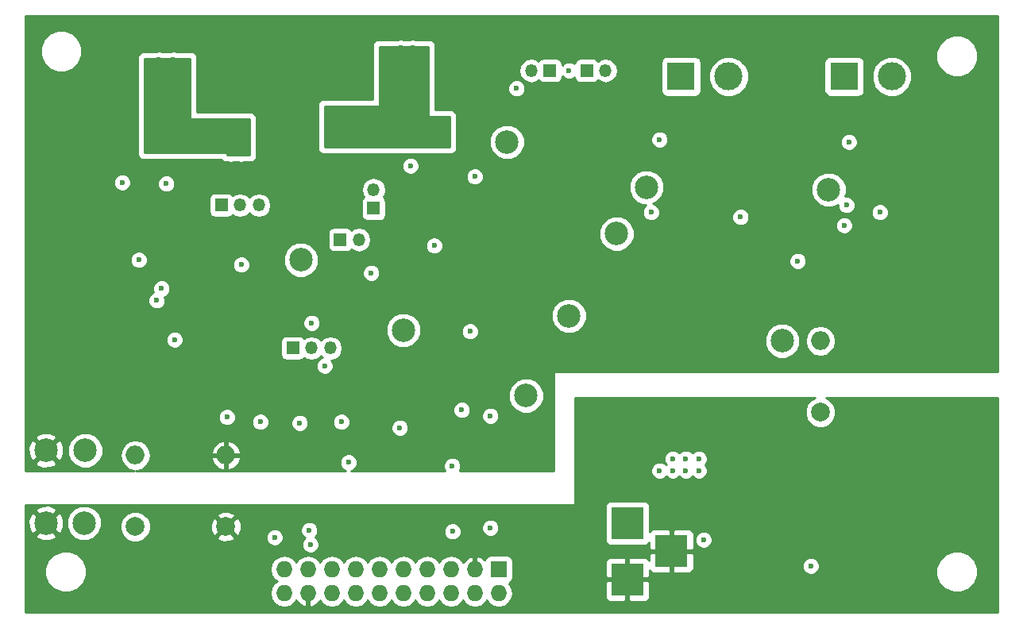
<source format=gbr>
G04 #@! TF.FileFunction,Copper,L2,Inr,Plane*
%FSLAX46Y46*%
G04 Gerber Fmt 4.6, Leading zero omitted, Abs format (unit mm)*
G04 Created by KiCad (PCBNEW 4.0.2+e4-6225~38~ubuntu14.04.1-stable) date sáb 17 nov 2018 11:22:13 ART*
%MOMM*%
G01*
G04 APERTURE LIST*
%ADD10C,0.100000*%
%ADD11R,1.350000X1.350000*%
%ADD12O,1.350000X1.350000*%
%ADD13R,3.500000X3.500000*%
%ADD14C,2.000000*%
%ADD15O,2.000000X2.000000*%
%ADD16R,3.000000X3.000000*%
%ADD17C,3.000000*%
%ADD18R,1.727200X1.727200*%
%ADD19O,1.727200X1.727200*%
%ADD20C,2.499360*%
%ADD21C,0.600000*%
%ADD22C,0.254000*%
G04 APERTURE END LIST*
D10*
D11*
X122809000Y-66262000D03*
D12*
X122809000Y-64262000D03*
D11*
X119253000Y-69596000D03*
D12*
X121253000Y-69596000D03*
D13*
X149860000Y-99822000D03*
X149860000Y-105822000D03*
X154560000Y-102822000D03*
D14*
X97409000Y-100203000D03*
D15*
X97409000Y-92583000D03*
D14*
X170434000Y-88011000D03*
D15*
X170434000Y-80391000D03*
D16*
X155575000Y-52197000D03*
D17*
X160655000Y-52197000D03*
D16*
X172974000Y-52197000D03*
D17*
X178054000Y-52197000D03*
D11*
X106585000Y-65913000D03*
D12*
X108585000Y-65913000D03*
X110585000Y-65913000D03*
D14*
X107061000Y-100203000D03*
D15*
X107061000Y-92583000D03*
D11*
X114205000Y-81153000D03*
D12*
X116205000Y-81153000D03*
X118205000Y-81153000D03*
D18*
X136144000Y-104775000D03*
D19*
X136144000Y-107315000D03*
X133604000Y-104775000D03*
X133604000Y-107315000D03*
X131064000Y-104775000D03*
X131064000Y-107315000D03*
X128524000Y-104775000D03*
X128524000Y-107315000D03*
X125984000Y-104775000D03*
X125984000Y-107315000D03*
X123444000Y-104775000D03*
X123444000Y-107315000D03*
X120904000Y-104775000D03*
X120904000Y-107315000D03*
X118364000Y-104775000D03*
X118364000Y-107315000D03*
X115824000Y-104775000D03*
X115824000Y-107315000D03*
X113284000Y-104775000D03*
X113284000Y-107315000D03*
D20*
X137033000Y-59182000D03*
X148717000Y-68961000D03*
X171323000Y-64262000D03*
X125984000Y-79248000D03*
X139065000Y-86233000D03*
X115062000Y-71755000D03*
X143637000Y-77724000D03*
D11*
X145542000Y-51562000D03*
D12*
X147542000Y-51562000D03*
D11*
X141605000Y-51562000D03*
D12*
X139605000Y-51562000D03*
D20*
X151892000Y-64008000D03*
X166370000Y-80391000D03*
X91948000Y-99822000D03*
X92075000Y-92075000D03*
X87884000Y-99822000D03*
X87884000Y-92075000D03*
D21*
X116205000Y-92837000D03*
X130556000Y-70485000D03*
X127127000Y-72263000D03*
X183769000Y-70993000D03*
X136398000Y-51816000D03*
X131826000Y-54610000D03*
X130810000Y-54610000D03*
X131826000Y-49022000D03*
X130810000Y-49022000D03*
X106426000Y-50292000D03*
X105410000Y-50292000D03*
X107950000Y-53721000D03*
X107950000Y-52705000D03*
X180975000Y-66294000D03*
X152019000Y-61595000D03*
X131445000Y-64262000D03*
X130048000Y-67056000D03*
X125603000Y-65532000D03*
X117856000Y-89027000D03*
X177546000Y-80391000D03*
X138811000Y-93472000D03*
X138176000Y-91440000D03*
X138176000Y-89789000D03*
X123444000Y-92710000D03*
X130048000Y-92710000D03*
X104521000Y-92583000D03*
X172212000Y-62103000D03*
X180975000Y-67818000D03*
X160528000Y-67183000D03*
X154178000Y-69850000D03*
X165862000Y-101600000D03*
X136779000Y-100330000D03*
X161798000Y-104394000D03*
X161798000Y-106934000D03*
X159766000Y-96901000D03*
X156972000Y-88138000D03*
X158115000Y-88138000D03*
X155829000Y-88138000D03*
X149225000Y-93345000D03*
X162687000Y-89027000D03*
X159766000Y-88773000D03*
X177673000Y-88011000D03*
X133731000Y-98552000D03*
X122682000Y-100330000D03*
X104648000Y-100203000D03*
X157988000Y-101600000D03*
X153289000Y-94234000D03*
X157480000Y-94234000D03*
X156083000Y-94234000D03*
X154686000Y-94234000D03*
X157480000Y-92964000D03*
X156083000Y-92964000D03*
X154686000Y-92964000D03*
X169418000Y-104394000D03*
X112268000Y-101346000D03*
X135255000Y-100330000D03*
X131224261Y-100711000D03*
X97790000Y-71755000D03*
X100203000Y-74803000D03*
X107188000Y-88519000D03*
X119380000Y-89027000D03*
X176784000Y-66675000D03*
X168021000Y-71882000D03*
X161925000Y-67183000D03*
X131191000Y-93726000D03*
X135255000Y-88392000D03*
X132207000Y-87757000D03*
X117602000Y-83058000D03*
X100711000Y-63627000D03*
X133604000Y-62865000D03*
X133096000Y-79375000D03*
X108712000Y-72263000D03*
X173482000Y-59182000D03*
X153289000Y-58928000D03*
X99695000Y-76073000D03*
X110744000Y-89027000D03*
X172974000Y-68072000D03*
X126746000Y-61722000D03*
X96012000Y-63500000D03*
X129286000Y-70231000D03*
X130556000Y-57912000D03*
X125730000Y-58547000D03*
X125095000Y-57658000D03*
X127000000Y-49149000D03*
X125730000Y-49149000D03*
X124460000Y-49276000D03*
X127127000Y-56769000D03*
X125095000Y-55626000D03*
X127635000Y-54610000D03*
X128270000Y-53721000D03*
X121031000Y-57658000D03*
X121031000Y-58547000D03*
X124333000Y-59182000D03*
X124333000Y-58166000D03*
X128270000Y-50673000D03*
X128016000Y-49657000D03*
X123952000Y-51562000D03*
X123952000Y-53594000D03*
X123952000Y-50419000D03*
X123952000Y-52578000D03*
X124587000Y-54610000D03*
X122936000Y-55626000D03*
X123952000Y-55626000D03*
X120904000Y-55626000D03*
X119126000Y-56134000D03*
X121920000Y-55626000D03*
X119888000Y-55626000D03*
X118364000Y-56769000D03*
X121031000Y-59436000D03*
X117856000Y-57785000D03*
X117856000Y-58928000D03*
X128270000Y-52705000D03*
X128270000Y-51689000D03*
X129540000Y-56769000D03*
X130556000Y-59182000D03*
X130556000Y-56769000D03*
X128270000Y-56769000D03*
X127127000Y-55626000D03*
X126492000Y-59182000D03*
X104775000Y-60071000D03*
X105791000Y-60071000D03*
X101854000Y-56388000D03*
X103759000Y-57277000D03*
X102870000Y-57531000D03*
X101854000Y-57531000D03*
X102489000Y-55626000D03*
X102616000Y-54610000D03*
X102616000Y-53467000D03*
X102616000Y-52324000D03*
X102616000Y-51181000D03*
X101473000Y-50419000D03*
X99949000Y-50419000D03*
X98806000Y-51181000D03*
X98806000Y-52324000D03*
X98806000Y-53467000D03*
X106680000Y-59817000D03*
X107569000Y-60452000D03*
X108712000Y-60452000D03*
X108712000Y-56896000D03*
X107569000Y-56896000D03*
X103505000Y-59944000D03*
X102489000Y-59944000D03*
X98806000Y-59944000D03*
X106680000Y-57658000D03*
X105791000Y-57150000D03*
X104775000Y-57150000D03*
X98806000Y-54610000D03*
X98933000Y-55626000D03*
X99568000Y-56388000D03*
X99568000Y-57404000D03*
X98806000Y-57912000D03*
X98806000Y-58928000D03*
X101600000Y-80264000D03*
X116205000Y-78486000D03*
X125603000Y-89662000D03*
X120142000Y-93345000D03*
X114935000Y-89154000D03*
X173228000Y-65913000D03*
X152400000Y-66675000D03*
X122555000Y-73152000D03*
X143637000Y-51562000D03*
X138049000Y-53467000D03*
X138049000Y-53467000D03*
X115951000Y-100584000D03*
X116078000Y-102108000D03*
D22*
G36*
X128651000Y-56388000D02*
X128661006Y-56437410D01*
X128689447Y-56479035D01*
X128731841Y-56506315D01*
X128778000Y-56515000D01*
X130937000Y-56515000D01*
X130937000Y-59690000D01*
X117602000Y-59690000D01*
X117602000Y-55372000D01*
X123317000Y-55372000D01*
X123366410Y-55361994D01*
X123408035Y-55333553D01*
X123435315Y-55291159D01*
X123444000Y-55245000D01*
X123444000Y-49022000D01*
X128651000Y-49022000D01*
X128651000Y-56388000D01*
X128651000Y-56388000D01*
G37*
X128651000Y-56388000D02*
X128661006Y-56437410D01*
X128689447Y-56479035D01*
X128731841Y-56506315D01*
X128778000Y-56515000D01*
X130937000Y-56515000D01*
X130937000Y-59690000D01*
X117602000Y-59690000D01*
X117602000Y-55372000D01*
X123317000Y-55372000D01*
X123366410Y-55361994D01*
X123408035Y-55333553D01*
X123435315Y-55291159D01*
X123444000Y-55245000D01*
X123444000Y-49022000D01*
X128651000Y-49022000D01*
X128651000Y-56388000D01*
G36*
X169509057Y-86624106D02*
X169048722Y-87083637D01*
X168799284Y-87684352D01*
X168798716Y-88334795D01*
X169047106Y-88935943D01*
X169506637Y-89396278D01*
X170107352Y-89645716D01*
X170757795Y-89646284D01*
X171358943Y-89397894D01*
X171819278Y-88938363D01*
X172068716Y-88337648D01*
X172069284Y-87687205D01*
X171820894Y-87086057D01*
X171361363Y-86625722D01*
X171027282Y-86487000D01*
X189290000Y-86487000D01*
X189290000Y-109290000D01*
X85710000Y-109290000D01*
X85710000Y-105442619D01*
X87764613Y-105442619D01*
X88104155Y-106264372D01*
X88732321Y-106893636D01*
X89553481Y-107234611D01*
X90442619Y-107235387D01*
X91264372Y-106895845D01*
X91893636Y-106267679D01*
X92234611Y-105446519D01*
X92235222Y-104745641D01*
X111785400Y-104745641D01*
X111785400Y-104804359D01*
X111899474Y-105377848D01*
X112224330Y-105864029D01*
X112495172Y-106045000D01*
X112224330Y-106225971D01*
X111899474Y-106712152D01*
X111785400Y-107285641D01*
X111785400Y-107344359D01*
X111899474Y-107917848D01*
X112224330Y-108404029D01*
X112710511Y-108728885D01*
X113284000Y-108842959D01*
X113857489Y-108728885D01*
X114343670Y-108404029D01*
X114559664Y-108080772D01*
X114617179Y-108203490D01*
X115049053Y-108597688D01*
X115464974Y-108769958D01*
X115697000Y-108648817D01*
X115697000Y-107442000D01*
X115677000Y-107442000D01*
X115677000Y-107188000D01*
X115697000Y-107188000D01*
X115697000Y-107168000D01*
X115951000Y-107168000D01*
X115951000Y-107188000D01*
X115971000Y-107188000D01*
X115971000Y-107442000D01*
X115951000Y-107442000D01*
X115951000Y-108648817D01*
X116183026Y-108769958D01*
X116598947Y-108597688D01*
X117030821Y-108203490D01*
X117088336Y-108080772D01*
X117304330Y-108404029D01*
X117790511Y-108728885D01*
X118364000Y-108842959D01*
X118937489Y-108728885D01*
X119423670Y-108404029D01*
X119634000Y-108089248D01*
X119844330Y-108404029D01*
X120330511Y-108728885D01*
X120904000Y-108842959D01*
X121477489Y-108728885D01*
X121963670Y-108404029D01*
X122174000Y-108089248D01*
X122384330Y-108404029D01*
X122870511Y-108728885D01*
X123444000Y-108842959D01*
X124017489Y-108728885D01*
X124503670Y-108404029D01*
X124714000Y-108089248D01*
X124924330Y-108404029D01*
X125410511Y-108728885D01*
X125984000Y-108842959D01*
X126557489Y-108728885D01*
X127043670Y-108404029D01*
X127254000Y-108089248D01*
X127464330Y-108404029D01*
X127950511Y-108728885D01*
X128524000Y-108842959D01*
X129097489Y-108728885D01*
X129583670Y-108404029D01*
X129794000Y-108089248D01*
X130004330Y-108404029D01*
X130490511Y-108728885D01*
X131064000Y-108842959D01*
X131637489Y-108728885D01*
X132123670Y-108404029D01*
X132334000Y-108089248D01*
X132544330Y-108404029D01*
X133030511Y-108728885D01*
X133604000Y-108842959D01*
X134177489Y-108728885D01*
X134663670Y-108404029D01*
X134874000Y-108089248D01*
X135084330Y-108404029D01*
X135570511Y-108728885D01*
X136144000Y-108842959D01*
X136717489Y-108728885D01*
X137203670Y-108404029D01*
X137528526Y-107917848D01*
X137642600Y-107344359D01*
X137642600Y-107285641D01*
X137528526Y-106712152D01*
X137217426Y-106246558D01*
X137242917Y-106241762D01*
X137451177Y-106107750D01*
X147475000Y-106107750D01*
X147475000Y-107698309D01*
X147571673Y-107931698D01*
X147750301Y-108110327D01*
X147983690Y-108207000D01*
X149574250Y-108207000D01*
X149733000Y-108048250D01*
X149733000Y-105949000D01*
X149987000Y-105949000D01*
X149987000Y-108048250D01*
X150145750Y-108207000D01*
X151736310Y-108207000D01*
X151969699Y-108110327D01*
X152148327Y-107931698D01*
X152245000Y-107698309D01*
X152245000Y-106107750D01*
X152086250Y-105949000D01*
X149987000Y-105949000D01*
X149733000Y-105949000D01*
X147633750Y-105949000D01*
X147475000Y-106107750D01*
X137451177Y-106107750D01*
X137459041Y-106102690D01*
X137604031Y-105890490D01*
X137655040Y-105638600D01*
X137655040Y-103945691D01*
X147475000Y-103945691D01*
X147475000Y-105536250D01*
X147633750Y-105695000D01*
X149733000Y-105695000D01*
X149733000Y-103595750D01*
X149987000Y-103595750D01*
X149987000Y-105695000D01*
X152086250Y-105695000D01*
X152245000Y-105536250D01*
X152245000Y-105442619D01*
X182764613Y-105442619D01*
X183104155Y-106264372D01*
X183732321Y-106893636D01*
X184553481Y-107234611D01*
X185442619Y-107235387D01*
X186264372Y-106895845D01*
X186893636Y-106267679D01*
X187234611Y-105446519D01*
X187235387Y-104557381D01*
X186895845Y-103735628D01*
X186267679Y-103106364D01*
X185446519Y-102765389D01*
X184557381Y-102764613D01*
X183735628Y-103104155D01*
X183106364Y-103732321D01*
X182765389Y-104553481D01*
X182764613Y-105442619D01*
X152245000Y-105442619D01*
X152245000Y-104867304D01*
X152271673Y-104931698D01*
X152450301Y-105110327D01*
X152683690Y-105207000D01*
X154274250Y-105207000D01*
X154433000Y-105048250D01*
X154433000Y-102949000D01*
X154687000Y-102949000D01*
X154687000Y-105048250D01*
X154845750Y-105207000D01*
X156436310Y-105207000D01*
X156669699Y-105110327D01*
X156848327Y-104931698D01*
X156945000Y-104698309D01*
X156945000Y-104579167D01*
X168482838Y-104579167D01*
X168624883Y-104922943D01*
X168887673Y-105186192D01*
X169231201Y-105328838D01*
X169603167Y-105329162D01*
X169946943Y-105187117D01*
X170210192Y-104924327D01*
X170352838Y-104580799D01*
X170353162Y-104208833D01*
X170211117Y-103865057D01*
X169948327Y-103601808D01*
X169604799Y-103459162D01*
X169232833Y-103458838D01*
X168889057Y-103600883D01*
X168625808Y-103863673D01*
X168483162Y-104207201D01*
X168482838Y-104579167D01*
X156945000Y-104579167D01*
X156945000Y-103107750D01*
X156786250Y-102949000D01*
X154687000Y-102949000D01*
X154433000Y-102949000D01*
X152333750Y-102949000D01*
X152175000Y-103107750D01*
X152175000Y-103776696D01*
X152148327Y-103712302D01*
X151969699Y-103533673D01*
X151736310Y-103437000D01*
X150145750Y-103437000D01*
X149987000Y-103595750D01*
X149733000Y-103595750D01*
X149574250Y-103437000D01*
X147983690Y-103437000D01*
X147750301Y-103533673D01*
X147571673Y-103712302D01*
X147475000Y-103945691D01*
X137655040Y-103945691D01*
X137655040Y-103911400D01*
X137610762Y-103676083D01*
X137471690Y-103459959D01*
X137259490Y-103314969D01*
X137007600Y-103263960D01*
X135280400Y-103263960D01*
X135045083Y-103308238D01*
X134828959Y-103447310D01*
X134683969Y-103659510D01*
X134664961Y-103753375D01*
X134378947Y-103492312D01*
X133963026Y-103320042D01*
X133731000Y-103441183D01*
X133731000Y-104648000D01*
X133751000Y-104648000D01*
X133751000Y-104902000D01*
X133731000Y-104902000D01*
X133731000Y-104922000D01*
X133477000Y-104922000D01*
X133477000Y-104902000D01*
X133457000Y-104902000D01*
X133457000Y-104648000D01*
X133477000Y-104648000D01*
X133477000Y-103441183D01*
X133244974Y-103320042D01*
X132829053Y-103492312D01*
X132397179Y-103886510D01*
X132339664Y-104009228D01*
X132123670Y-103685971D01*
X131637489Y-103361115D01*
X131064000Y-103247041D01*
X130490511Y-103361115D01*
X130004330Y-103685971D01*
X129794000Y-104000752D01*
X129583670Y-103685971D01*
X129097489Y-103361115D01*
X128524000Y-103247041D01*
X127950511Y-103361115D01*
X127464330Y-103685971D01*
X127254000Y-104000752D01*
X127043670Y-103685971D01*
X126557489Y-103361115D01*
X125984000Y-103247041D01*
X125410511Y-103361115D01*
X124924330Y-103685971D01*
X124714000Y-104000752D01*
X124503670Y-103685971D01*
X124017489Y-103361115D01*
X123444000Y-103247041D01*
X122870511Y-103361115D01*
X122384330Y-103685971D01*
X122174000Y-104000752D01*
X121963670Y-103685971D01*
X121477489Y-103361115D01*
X120904000Y-103247041D01*
X120330511Y-103361115D01*
X119844330Y-103685971D01*
X119634000Y-104000752D01*
X119423670Y-103685971D01*
X118937489Y-103361115D01*
X118364000Y-103247041D01*
X117790511Y-103361115D01*
X117304330Y-103685971D01*
X117094000Y-104000752D01*
X116883670Y-103685971D01*
X116397489Y-103361115D01*
X115824000Y-103247041D01*
X115250511Y-103361115D01*
X114764330Y-103685971D01*
X114554000Y-104000752D01*
X114343670Y-103685971D01*
X113857489Y-103361115D01*
X113284000Y-103247041D01*
X112710511Y-103361115D01*
X112224330Y-103685971D01*
X111899474Y-104172152D01*
X111785400Y-104745641D01*
X92235222Y-104745641D01*
X92235387Y-104557381D01*
X91895845Y-103735628D01*
X91267679Y-103106364D01*
X90446519Y-102765389D01*
X89557381Y-102764613D01*
X88735628Y-103104155D01*
X88106364Y-103732321D01*
X87765389Y-104553481D01*
X87764613Y-105442619D01*
X85710000Y-105442619D01*
X85710000Y-101155089D01*
X86730517Y-101155089D01*
X86859725Y-101447859D01*
X87559883Y-101716071D01*
X88309384Y-101695928D01*
X88908275Y-101447859D01*
X89037483Y-101155089D01*
X87884000Y-100001605D01*
X86730517Y-101155089D01*
X85710000Y-101155089D01*
X85710000Y-99497883D01*
X85989929Y-99497883D01*
X86010072Y-100247384D01*
X86258141Y-100846275D01*
X86550911Y-100975483D01*
X87704395Y-99822000D01*
X88063605Y-99822000D01*
X89217089Y-100975483D01*
X89509859Y-100846275D01*
X89759252Y-100195241D01*
X90062994Y-100195241D01*
X90349314Y-100888191D01*
X90879021Y-101418822D01*
X91571469Y-101706352D01*
X92321241Y-101707006D01*
X93014191Y-101420686D01*
X93544822Y-100890979D01*
X93696044Y-100526795D01*
X95773716Y-100526795D01*
X96022106Y-101127943D01*
X96481637Y-101588278D01*
X97082352Y-101837716D01*
X97732795Y-101838284D01*
X98333943Y-101589894D01*
X98568715Y-101355532D01*
X106088073Y-101355532D01*
X106186736Y-101622387D01*
X106796461Y-101848908D01*
X107446460Y-101824856D01*
X107935264Y-101622387D01*
X107968990Y-101531167D01*
X111332838Y-101531167D01*
X111474883Y-101874943D01*
X111737673Y-102138192D01*
X112081201Y-102280838D01*
X112453167Y-102281162D01*
X112796943Y-102139117D01*
X113060192Y-101876327D01*
X113202838Y-101532799D01*
X113203162Y-101160833D01*
X113061117Y-100817057D01*
X113013311Y-100769167D01*
X115015838Y-100769167D01*
X115157883Y-101112943D01*
X115420673Y-101376192D01*
X115467968Y-101395831D01*
X115285808Y-101577673D01*
X115143162Y-101921201D01*
X115142838Y-102293167D01*
X115284883Y-102636943D01*
X115547673Y-102900192D01*
X115891201Y-103042838D01*
X116263167Y-103043162D01*
X116606943Y-102901117D01*
X116870192Y-102638327D01*
X117012838Y-102294799D01*
X117013162Y-101922833D01*
X116871117Y-101579057D01*
X116608327Y-101315808D01*
X116561032Y-101296169D01*
X116743192Y-101114327D01*
X116833780Y-100896167D01*
X130289099Y-100896167D01*
X130431144Y-101239943D01*
X130693934Y-101503192D01*
X131037462Y-101645838D01*
X131409428Y-101646162D01*
X131753204Y-101504117D01*
X132016453Y-101241327D01*
X132159099Y-100897799D01*
X132159423Y-100525833D01*
X132155016Y-100515167D01*
X134319838Y-100515167D01*
X134461883Y-100858943D01*
X134724673Y-101122192D01*
X135068201Y-101264838D01*
X135440167Y-101265162D01*
X135783943Y-101123117D01*
X136047192Y-100860327D01*
X136189838Y-100516799D01*
X136190162Y-100144833D01*
X136048117Y-99801057D01*
X135785327Y-99537808D01*
X135441799Y-99395162D01*
X135069833Y-99394838D01*
X134726057Y-99536883D01*
X134462808Y-99799673D01*
X134320162Y-100143201D01*
X134319838Y-100515167D01*
X132155016Y-100515167D01*
X132017378Y-100182057D01*
X131754588Y-99918808D01*
X131411060Y-99776162D01*
X131039094Y-99775838D01*
X130695318Y-99917883D01*
X130432069Y-100180673D01*
X130289423Y-100524201D01*
X130289099Y-100896167D01*
X116833780Y-100896167D01*
X116885838Y-100770799D01*
X116886162Y-100398833D01*
X116744117Y-100055057D01*
X116481327Y-99791808D01*
X116137799Y-99649162D01*
X115765833Y-99648838D01*
X115422057Y-99790883D01*
X115158808Y-100053673D01*
X115016162Y-100397201D01*
X115015838Y-100769167D01*
X113013311Y-100769167D01*
X112798327Y-100553808D01*
X112454799Y-100411162D01*
X112082833Y-100410838D01*
X111739057Y-100552883D01*
X111475808Y-100815673D01*
X111333162Y-101159201D01*
X111332838Y-101531167D01*
X107968990Y-101531167D01*
X108033927Y-101355532D01*
X107061000Y-100382605D01*
X106088073Y-101355532D01*
X98568715Y-101355532D01*
X98794278Y-101130363D01*
X99043716Y-100529648D01*
X99044232Y-99938461D01*
X105415092Y-99938461D01*
X105439144Y-100588460D01*
X105641613Y-101077264D01*
X105908468Y-101175927D01*
X106881395Y-100203000D01*
X107240605Y-100203000D01*
X108213532Y-101175927D01*
X108480387Y-101077264D01*
X108706908Y-100467539D01*
X108682856Y-99817540D01*
X108480387Y-99328736D01*
X108213532Y-99230073D01*
X107240605Y-100203000D01*
X106881395Y-100203000D01*
X105908468Y-99230073D01*
X105641613Y-99328736D01*
X105415092Y-99938461D01*
X99044232Y-99938461D01*
X99044284Y-99879205D01*
X98795894Y-99278057D01*
X98568703Y-99050468D01*
X106088073Y-99050468D01*
X107061000Y-100023395D01*
X108033927Y-99050468D01*
X107935264Y-98783613D01*
X107325539Y-98557092D01*
X106675540Y-98581144D01*
X106186736Y-98783613D01*
X106088073Y-99050468D01*
X98568703Y-99050468D01*
X98336363Y-98817722D01*
X97735648Y-98568284D01*
X97085205Y-98567716D01*
X96484057Y-98816106D01*
X96023722Y-99275637D01*
X95774284Y-99876352D01*
X95773716Y-100526795D01*
X93696044Y-100526795D01*
X93832352Y-100198531D01*
X93833006Y-99448759D01*
X93546686Y-98755809D01*
X93016979Y-98225178D01*
X92648087Y-98072000D01*
X147462560Y-98072000D01*
X147462560Y-101572000D01*
X147506838Y-101807317D01*
X147645910Y-102023441D01*
X147858110Y-102168431D01*
X148110000Y-102219440D01*
X151610000Y-102219440D01*
X151845317Y-102175162D01*
X152061441Y-102036090D01*
X152175000Y-101869891D01*
X152175000Y-102536250D01*
X152333750Y-102695000D01*
X154433000Y-102695000D01*
X154433000Y-100595750D01*
X154687000Y-100595750D01*
X154687000Y-102695000D01*
X156786250Y-102695000D01*
X156945000Y-102536250D01*
X156945000Y-101785167D01*
X157052838Y-101785167D01*
X157194883Y-102128943D01*
X157457673Y-102392192D01*
X157801201Y-102534838D01*
X158173167Y-102535162D01*
X158516943Y-102393117D01*
X158780192Y-102130327D01*
X158922838Y-101786799D01*
X158923162Y-101414833D01*
X158781117Y-101071057D01*
X158518327Y-100807808D01*
X158174799Y-100665162D01*
X157802833Y-100664838D01*
X157459057Y-100806883D01*
X157195808Y-101069673D01*
X157053162Y-101413201D01*
X157052838Y-101785167D01*
X156945000Y-101785167D01*
X156945000Y-100945691D01*
X156848327Y-100712302D01*
X156669699Y-100533673D01*
X156436310Y-100437000D01*
X154845750Y-100437000D01*
X154687000Y-100595750D01*
X154433000Y-100595750D01*
X154274250Y-100437000D01*
X152683690Y-100437000D01*
X152450301Y-100533673D01*
X152271673Y-100712302D01*
X152257440Y-100746663D01*
X152257440Y-98072000D01*
X152213162Y-97836683D01*
X152074090Y-97620559D01*
X151861890Y-97475569D01*
X151610000Y-97424560D01*
X148110000Y-97424560D01*
X147874683Y-97468838D01*
X147658559Y-97607910D01*
X147513569Y-97820110D01*
X147462560Y-98072000D01*
X92648087Y-98072000D01*
X92324531Y-97937648D01*
X91574759Y-97936994D01*
X90881809Y-98223314D01*
X90351178Y-98753021D01*
X90063648Y-99445469D01*
X90062994Y-100195241D01*
X89759252Y-100195241D01*
X89778071Y-100146117D01*
X89757928Y-99396616D01*
X89509859Y-98797725D01*
X89217089Y-98668517D01*
X88063605Y-99822000D01*
X87704395Y-99822000D01*
X86550911Y-98668517D01*
X86258141Y-98797725D01*
X85989929Y-99497883D01*
X85710000Y-99497883D01*
X85710000Y-98488911D01*
X86730517Y-98488911D01*
X87884000Y-99642395D01*
X89037483Y-98488911D01*
X88908275Y-98196141D01*
X88208117Y-97927929D01*
X87458616Y-97948072D01*
X86859725Y-98196141D01*
X86730517Y-98488911D01*
X85710000Y-98488911D01*
X85710000Y-97917000D01*
X144145000Y-97917000D01*
X144194410Y-97906994D01*
X144236035Y-97878553D01*
X144263315Y-97836159D01*
X144272000Y-97790000D01*
X144272000Y-94419167D01*
X152353838Y-94419167D01*
X152495883Y-94762943D01*
X152758673Y-95026192D01*
X153102201Y-95168838D01*
X153474167Y-95169162D01*
X153817943Y-95027117D01*
X153987565Y-94857791D01*
X154155673Y-95026192D01*
X154499201Y-95168838D01*
X154871167Y-95169162D01*
X155214943Y-95027117D01*
X155384565Y-94857791D01*
X155552673Y-95026192D01*
X155896201Y-95168838D01*
X156268167Y-95169162D01*
X156611943Y-95027117D01*
X156781565Y-94857791D01*
X156949673Y-95026192D01*
X157293201Y-95168838D01*
X157665167Y-95169162D01*
X158008943Y-95027117D01*
X158272192Y-94764327D01*
X158414838Y-94420799D01*
X158415162Y-94048833D01*
X158273117Y-93705057D01*
X158167290Y-93599046D01*
X158272192Y-93494327D01*
X158414838Y-93150799D01*
X158415162Y-92778833D01*
X158273117Y-92435057D01*
X158010327Y-92171808D01*
X157666799Y-92029162D01*
X157294833Y-92028838D01*
X156951057Y-92170883D01*
X156781435Y-92340209D01*
X156613327Y-92171808D01*
X156269799Y-92029162D01*
X155897833Y-92028838D01*
X155554057Y-92170883D01*
X155384435Y-92340209D01*
X155216327Y-92171808D01*
X154872799Y-92029162D01*
X154500833Y-92028838D01*
X154157057Y-92170883D01*
X153893808Y-92433673D01*
X153751162Y-92777201D01*
X153750838Y-93149167D01*
X153892883Y-93492943D01*
X153998710Y-93598954D01*
X153987435Y-93610209D01*
X153819327Y-93441808D01*
X153475799Y-93299162D01*
X153103833Y-93298838D01*
X152760057Y-93440883D01*
X152496808Y-93703673D01*
X152354162Y-94047201D01*
X152353838Y-94419167D01*
X144272000Y-94419167D01*
X144272000Y-86487000D01*
X169840878Y-86487000D01*
X169509057Y-86624106D01*
X169509057Y-86624106D01*
G37*
X169509057Y-86624106D02*
X169048722Y-87083637D01*
X168799284Y-87684352D01*
X168798716Y-88334795D01*
X169047106Y-88935943D01*
X169506637Y-89396278D01*
X170107352Y-89645716D01*
X170757795Y-89646284D01*
X171358943Y-89397894D01*
X171819278Y-88938363D01*
X172068716Y-88337648D01*
X172069284Y-87687205D01*
X171820894Y-87086057D01*
X171361363Y-86625722D01*
X171027282Y-86487000D01*
X189290000Y-86487000D01*
X189290000Y-109290000D01*
X85710000Y-109290000D01*
X85710000Y-105442619D01*
X87764613Y-105442619D01*
X88104155Y-106264372D01*
X88732321Y-106893636D01*
X89553481Y-107234611D01*
X90442619Y-107235387D01*
X91264372Y-106895845D01*
X91893636Y-106267679D01*
X92234611Y-105446519D01*
X92235222Y-104745641D01*
X111785400Y-104745641D01*
X111785400Y-104804359D01*
X111899474Y-105377848D01*
X112224330Y-105864029D01*
X112495172Y-106045000D01*
X112224330Y-106225971D01*
X111899474Y-106712152D01*
X111785400Y-107285641D01*
X111785400Y-107344359D01*
X111899474Y-107917848D01*
X112224330Y-108404029D01*
X112710511Y-108728885D01*
X113284000Y-108842959D01*
X113857489Y-108728885D01*
X114343670Y-108404029D01*
X114559664Y-108080772D01*
X114617179Y-108203490D01*
X115049053Y-108597688D01*
X115464974Y-108769958D01*
X115697000Y-108648817D01*
X115697000Y-107442000D01*
X115677000Y-107442000D01*
X115677000Y-107188000D01*
X115697000Y-107188000D01*
X115697000Y-107168000D01*
X115951000Y-107168000D01*
X115951000Y-107188000D01*
X115971000Y-107188000D01*
X115971000Y-107442000D01*
X115951000Y-107442000D01*
X115951000Y-108648817D01*
X116183026Y-108769958D01*
X116598947Y-108597688D01*
X117030821Y-108203490D01*
X117088336Y-108080772D01*
X117304330Y-108404029D01*
X117790511Y-108728885D01*
X118364000Y-108842959D01*
X118937489Y-108728885D01*
X119423670Y-108404029D01*
X119634000Y-108089248D01*
X119844330Y-108404029D01*
X120330511Y-108728885D01*
X120904000Y-108842959D01*
X121477489Y-108728885D01*
X121963670Y-108404029D01*
X122174000Y-108089248D01*
X122384330Y-108404029D01*
X122870511Y-108728885D01*
X123444000Y-108842959D01*
X124017489Y-108728885D01*
X124503670Y-108404029D01*
X124714000Y-108089248D01*
X124924330Y-108404029D01*
X125410511Y-108728885D01*
X125984000Y-108842959D01*
X126557489Y-108728885D01*
X127043670Y-108404029D01*
X127254000Y-108089248D01*
X127464330Y-108404029D01*
X127950511Y-108728885D01*
X128524000Y-108842959D01*
X129097489Y-108728885D01*
X129583670Y-108404029D01*
X129794000Y-108089248D01*
X130004330Y-108404029D01*
X130490511Y-108728885D01*
X131064000Y-108842959D01*
X131637489Y-108728885D01*
X132123670Y-108404029D01*
X132334000Y-108089248D01*
X132544330Y-108404029D01*
X133030511Y-108728885D01*
X133604000Y-108842959D01*
X134177489Y-108728885D01*
X134663670Y-108404029D01*
X134874000Y-108089248D01*
X135084330Y-108404029D01*
X135570511Y-108728885D01*
X136144000Y-108842959D01*
X136717489Y-108728885D01*
X137203670Y-108404029D01*
X137528526Y-107917848D01*
X137642600Y-107344359D01*
X137642600Y-107285641D01*
X137528526Y-106712152D01*
X137217426Y-106246558D01*
X137242917Y-106241762D01*
X137451177Y-106107750D01*
X147475000Y-106107750D01*
X147475000Y-107698309D01*
X147571673Y-107931698D01*
X147750301Y-108110327D01*
X147983690Y-108207000D01*
X149574250Y-108207000D01*
X149733000Y-108048250D01*
X149733000Y-105949000D01*
X149987000Y-105949000D01*
X149987000Y-108048250D01*
X150145750Y-108207000D01*
X151736310Y-108207000D01*
X151969699Y-108110327D01*
X152148327Y-107931698D01*
X152245000Y-107698309D01*
X152245000Y-106107750D01*
X152086250Y-105949000D01*
X149987000Y-105949000D01*
X149733000Y-105949000D01*
X147633750Y-105949000D01*
X147475000Y-106107750D01*
X137451177Y-106107750D01*
X137459041Y-106102690D01*
X137604031Y-105890490D01*
X137655040Y-105638600D01*
X137655040Y-103945691D01*
X147475000Y-103945691D01*
X147475000Y-105536250D01*
X147633750Y-105695000D01*
X149733000Y-105695000D01*
X149733000Y-103595750D01*
X149987000Y-103595750D01*
X149987000Y-105695000D01*
X152086250Y-105695000D01*
X152245000Y-105536250D01*
X152245000Y-105442619D01*
X182764613Y-105442619D01*
X183104155Y-106264372D01*
X183732321Y-106893636D01*
X184553481Y-107234611D01*
X185442619Y-107235387D01*
X186264372Y-106895845D01*
X186893636Y-106267679D01*
X187234611Y-105446519D01*
X187235387Y-104557381D01*
X186895845Y-103735628D01*
X186267679Y-103106364D01*
X185446519Y-102765389D01*
X184557381Y-102764613D01*
X183735628Y-103104155D01*
X183106364Y-103732321D01*
X182765389Y-104553481D01*
X182764613Y-105442619D01*
X152245000Y-105442619D01*
X152245000Y-104867304D01*
X152271673Y-104931698D01*
X152450301Y-105110327D01*
X152683690Y-105207000D01*
X154274250Y-105207000D01*
X154433000Y-105048250D01*
X154433000Y-102949000D01*
X154687000Y-102949000D01*
X154687000Y-105048250D01*
X154845750Y-105207000D01*
X156436310Y-105207000D01*
X156669699Y-105110327D01*
X156848327Y-104931698D01*
X156945000Y-104698309D01*
X156945000Y-104579167D01*
X168482838Y-104579167D01*
X168624883Y-104922943D01*
X168887673Y-105186192D01*
X169231201Y-105328838D01*
X169603167Y-105329162D01*
X169946943Y-105187117D01*
X170210192Y-104924327D01*
X170352838Y-104580799D01*
X170353162Y-104208833D01*
X170211117Y-103865057D01*
X169948327Y-103601808D01*
X169604799Y-103459162D01*
X169232833Y-103458838D01*
X168889057Y-103600883D01*
X168625808Y-103863673D01*
X168483162Y-104207201D01*
X168482838Y-104579167D01*
X156945000Y-104579167D01*
X156945000Y-103107750D01*
X156786250Y-102949000D01*
X154687000Y-102949000D01*
X154433000Y-102949000D01*
X152333750Y-102949000D01*
X152175000Y-103107750D01*
X152175000Y-103776696D01*
X152148327Y-103712302D01*
X151969699Y-103533673D01*
X151736310Y-103437000D01*
X150145750Y-103437000D01*
X149987000Y-103595750D01*
X149733000Y-103595750D01*
X149574250Y-103437000D01*
X147983690Y-103437000D01*
X147750301Y-103533673D01*
X147571673Y-103712302D01*
X147475000Y-103945691D01*
X137655040Y-103945691D01*
X137655040Y-103911400D01*
X137610762Y-103676083D01*
X137471690Y-103459959D01*
X137259490Y-103314969D01*
X137007600Y-103263960D01*
X135280400Y-103263960D01*
X135045083Y-103308238D01*
X134828959Y-103447310D01*
X134683969Y-103659510D01*
X134664961Y-103753375D01*
X134378947Y-103492312D01*
X133963026Y-103320042D01*
X133731000Y-103441183D01*
X133731000Y-104648000D01*
X133751000Y-104648000D01*
X133751000Y-104902000D01*
X133731000Y-104902000D01*
X133731000Y-104922000D01*
X133477000Y-104922000D01*
X133477000Y-104902000D01*
X133457000Y-104902000D01*
X133457000Y-104648000D01*
X133477000Y-104648000D01*
X133477000Y-103441183D01*
X133244974Y-103320042D01*
X132829053Y-103492312D01*
X132397179Y-103886510D01*
X132339664Y-104009228D01*
X132123670Y-103685971D01*
X131637489Y-103361115D01*
X131064000Y-103247041D01*
X130490511Y-103361115D01*
X130004330Y-103685971D01*
X129794000Y-104000752D01*
X129583670Y-103685971D01*
X129097489Y-103361115D01*
X128524000Y-103247041D01*
X127950511Y-103361115D01*
X127464330Y-103685971D01*
X127254000Y-104000752D01*
X127043670Y-103685971D01*
X126557489Y-103361115D01*
X125984000Y-103247041D01*
X125410511Y-103361115D01*
X124924330Y-103685971D01*
X124714000Y-104000752D01*
X124503670Y-103685971D01*
X124017489Y-103361115D01*
X123444000Y-103247041D01*
X122870511Y-103361115D01*
X122384330Y-103685971D01*
X122174000Y-104000752D01*
X121963670Y-103685971D01*
X121477489Y-103361115D01*
X120904000Y-103247041D01*
X120330511Y-103361115D01*
X119844330Y-103685971D01*
X119634000Y-104000752D01*
X119423670Y-103685971D01*
X118937489Y-103361115D01*
X118364000Y-103247041D01*
X117790511Y-103361115D01*
X117304330Y-103685971D01*
X117094000Y-104000752D01*
X116883670Y-103685971D01*
X116397489Y-103361115D01*
X115824000Y-103247041D01*
X115250511Y-103361115D01*
X114764330Y-103685971D01*
X114554000Y-104000752D01*
X114343670Y-103685971D01*
X113857489Y-103361115D01*
X113284000Y-103247041D01*
X112710511Y-103361115D01*
X112224330Y-103685971D01*
X111899474Y-104172152D01*
X111785400Y-104745641D01*
X92235222Y-104745641D01*
X92235387Y-104557381D01*
X91895845Y-103735628D01*
X91267679Y-103106364D01*
X90446519Y-102765389D01*
X89557381Y-102764613D01*
X88735628Y-103104155D01*
X88106364Y-103732321D01*
X87765389Y-104553481D01*
X87764613Y-105442619D01*
X85710000Y-105442619D01*
X85710000Y-101155089D01*
X86730517Y-101155089D01*
X86859725Y-101447859D01*
X87559883Y-101716071D01*
X88309384Y-101695928D01*
X88908275Y-101447859D01*
X89037483Y-101155089D01*
X87884000Y-100001605D01*
X86730517Y-101155089D01*
X85710000Y-101155089D01*
X85710000Y-99497883D01*
X85989929Y-99497883D01*
X86010072Y-100247384D01*
X86258141Y-100846275D01*
X86550911Y-100975483D01*
X87704395Y-99822000D01*
X88063605Y-99822000D01*
X89217089Y-100975483D01*
X89509859Y-100846275D01*
X89759252Y-100195241D01*
X90062994Y-100195241D01*
X90349314Y-100888191D01*
X90879021Y-101418822D01*
X91571469Y-101706352D01*
X92321241Y-101707006D01*
X93014191Y-101420686D01*
X93544822Y-100890979D01*
X93696044Y-100526795D01*
X95773716Y-100526795D01*
X96022106Y-101127943D01*
X96481637Y-101588278D01*
X97082352Y-101837716D01*
X97732795Y-101838284D01*
X98333943Y-101589894D01*
X98568715Y-101355532D01*
X106088073Y-101355532D01*
X106186736Y-101622387D01*
X106796461Y-101848908D01*
X107446460Y-101824856D01*
X107935264Y-101622387D01*
X107968990Y-101531167D01*
X111332838Y-101531167D01*
X111474883Y-101874943D01*
X111737673Y-102138192D01*
X112081201Y-102280838D01*
X112453167Y-102281162D01*
X112796943Y-102139117D01*
X113060192Y-101876327D01*
X113202838Y-101532799D01*
X113203162Y-101160833D01*
X113061117Y-100817057D01*
X113013311Y-100769167D01*
X115015838Y-100769167D01*
X115157883Y-101112943D01*
X115420673Y-101376192D01*
X115467968Y-101395831D01*
X115285808Y-101577673D01*
X115143162Y-101921201D01*
X115142838Y-102293167D01*
X115284883Y-102636943D01*
X115547673Y-102900192D01*
X115891201Y-103042838D01*
X116263167Y-103043162D01*
X116606943Y-102901117D01*
X116870192Y-102638327D01*
X117012838Y-102294799D01*
X117013162Y-101922833D01*
X116871117Y-101579057D01*
X116608327Y-101315808D01*
X116561032Y-101296169D01*
X116743192Y-101114327D01*
X116833780Y-100896167D01*
X130289099Y-100896167D01*
X130431144Y-101239943D01*
X130693934Y-101503192D01*
X131037462Y-101645838D01*
X131409428Y-101646162D01*
X131753204Y-101504117D01*
X132016453Y-101241327D01*
X132159099Y-100897799D01*
X132159423Y-100525833D01*
X132155016Y-100515167D01*
X134319838Y-100515167D01*
X134461883Y-100858943D01*
X134724673Y-101122192D01*
X135068201Y-101264838D01*
X135440167Y-101265162D01*
X135783943Y-101123117D01*
X136047192Y-100860327D01*
X136189838Y-100516799D01*
X136190162Y-100144833D01*
X136048117Y-99801057D01*
X135785327Y-99537808D01*
X135441799Y-99395162D01*
X135069833Y-99394838D01*
X134726057Y-99536883D01*
X134462808Y-99799673D01*
X134320162Y-100143201D01*
X134319838Y-100515167D01*
X132155016Y-100515167D01*
X132017378Y-100182057D01*
X131754588Y-99918808D01*
X131411060Y-99776162D01*
X131039094Y-99775838D01*
X130695318Y-99917883D01*
X130432069Y-100180673D01*
X130289423Y-100524201D01*
X130289099Y-100896167D01*
X116833780Y-100896167D01*
X116885838Y-100770799D01*
X116886162Y-100398833D01*
X116744117Y-100055057D01*
X116481327Y-99791808D01*
X116137799Y-99649162D01*
X115765833Y-99648838D01*
X115422057Y-99790883D01*
X115158808Y-100053673D01*
X115016162Y-100397201D01*
X115015838Y-100769167D01*
X113013311Y-100769167D01*
X112798327Y-100553808D01*
X112454799Y-100411162D01*
X112082833Y-100410838D01*
X111739057Y-100552883D01*
X111475808Y-100815673D01*
X111333162Y-101159201D01*
X111332838Y-101531167D01*
X107968990Y-101531167D01*
X108033927Y-101355532D01*
X107061000Y-100382605D01*
X106088073Y-101355532D01*
X98568715Y-101355532D01*
X98794278Y-101130363D01*
X99043716Y-100529648D01*
X99044232Y-99938461D01*
X105415092Y-99938461D01*
X105439144Y-100588460D01*
X105641613Y-101077264D01*
X105908468Y-101175927D01*
X106881395Y-100203000D01*
X107240605Y-100203000D01*
X108213532Y-101175927D01*
X108480387Y-101077264D01*
X108706908Y-100467539D01*
X108682856Y-99817540D01*
X108480387Y-99328736D01*
X108213532Y-99230073D01*
X107240605Y-100203000D01*
X106881395Y-100203000D01*
X105908468Y-99230073D01*
X105641613Y-99328736D01*
X105415092Y-99938461D01*
X99044232Y-99938461D01*
X99044284Y-99879205D01*
X98795894Y-99278057D01*
X98568703Y-99050468D01*
X106088073Y-99050468D01*
X107061000Y-100023395D01*
X108033927Y-99050468D01*
X107935264Y-98783613D01*
X107325539Y-98557092D01*
X106675540Y-98581144D01*
X106186736Y-98783613D01*
X106088073Y-99050468D01*
X98568703Y-99050468D01*
X98336363Y-98817722D01*
X97735648Y-98568284D01*
X97085205Y-98567716D01*
X96484057Y-98816106D01*
X96023722Y-99275637D01*
X95774284Y-99876352D01*
X95773716Y-100526795D01*
X93696044Y-100526795D01*
X93832352Y-100198531D01*
X93833006Y-99448759D01*
X93546686Y-98755809D01*
X93016979Y-98225178D01*
X92648087Y-98072000D01*
X147462560Y-98072000D01*
X147462560Y-101572000D01*
X147506838Y-101807317D01*
X147645910Y-102023441D01*
X147858110Y-102168431D01*
X148110000Y-102219440D01*
X151610000Y-102219440D01*
X151845317Y-102175162D01*
X152061441Y-102036090D01*
X152175000Y-101869891D01*
X152175000Y-102536250D01*
X152333750Y-102695000D01*
X154433000Y-102695000D01*
X154433000Y-100595750D01*
X154687000Y-100595750D01*
X154687000Y-102695000D01*
X156786250Y-102695000D01*
X156945000Y-102536250D01*
X156945000Y-101785167D01*
X157052838Y-101785167D01*
X157194883Y-102128943D01*
X157457673Y-102392192D01*
X157801201Y-102534838D01*
X158173167Y-102535162D01*
X158516943Y-102393117D01*
X158780192Y-102130327D01*
X158922838Y-101786799D01*
X158923162Y-101414833D01*
X158781117Y-101071057D01*
X158518327Y-100807808D01*
X158174799Y-100665162D01*
X157802833Y-100664838D01*
X157459057Y-100806883D01*
X157195808Y-101069673D01*
X157053162Y-101413201D01*
X157052838Y-101785167D01*
X156945000Y-101785167D01*
X156945000Y-100945691D01*
X156848327Y-100712302D01*
X156669699Y-100533673D01*
X156436310Y-100437000D01*
X154845750Y-100437000D01*
X154687000Y-100595750D01*
X154433000Y-100595750D01*
X154274250Y-100437000D01*
X152683690Y-100437000D01*
X152450301Y-100533673D01*
X152271673Y-100712302D01*
X152257440Y-100746663D01*
X152257440Y-98072000D01*
X152213162Y-97836683D01*
X152074090Y-97620559D01*
X151861890Y-97475569D01*
X151610000Y-97424560D01*
X148110000Y-97424560D01*
X147874683Y-97468838D01*
X147658559Y-97607910D01*
X147513569Y-97820110D01*
X147462560Y-98072000D01*
X92648087Y-98072000D01*
X92324531Y-97937648D01*
X91574759Y-97936994D01*
X90881809Y-98223314D01*
X90351178Y-98753021D01*
X90063648Y-99445469D01*
X90062994Y-100195241D01*
X89759252Y-100195241D01*
X89778071Y-100146117D01*
X89757928Y-99396616D01*
X89509859Y-98797725D01*
X89217089Y-98668517D01*
X88063605Y-99822000D01*
X87704395Y-99822000D01*
X86550911Y-98668517D01*
X86258141Y-98797725D01*
X85989929Y-99497883D01*
X85710000Y-99497883D01*
X85710000Y-98488911D01*
X86730517Y-98488911D01*
X87884000Y-99642395D01*
X89037483Y-98488911D01*
X88908275Y-98196141D01*
X88208117Y-97927929D01*
X87458616Y-97948072D01*
X86859725Y-98196141D01*
X86730517Y-98488911D01*
X85710000Y-98488911D01*
X85710000Y-97917000D01*
X144145000Y-97917000D01*
X144194410Y-97906994D01*
X144236035Y-97878553D01*
X144263315Y-97836159D01*
X144272000Y-97790000D01*
X144272000Y-94419167D01*
X152353838Y-94419167D01*
X152495883Y-94762943D01*
X152758673Y-95026192D01*
X153102201Y-95168838D01*
X153474167Y-95169162D01*
X153817943Y-95027117D01*
X153987565Y-94857791D01*
X154155673Y-95026192D01*
X154499201Y-95168838D01*
X154871167Y-95169162D01*
X155214943Y-95027117D01*
X155384565Y-94857791D01*
X155552673Y-95026192D01*
X155896201Y-95168838D01*
X156268167Y-95169162D01*
X156611943Y-95027117D01*
X156781565Y-94857791D01*
X156949673Y-95026192D01*
X157293201Y-95168838D01*
X157665167Y-95169162D01*
X158008943Y-95027117D01*
X158272192Y-94764327D01*
X158414838Y-94420799D01*
X158415162Y-94048833D01*
X158273117Y-93705057D01*
X158167290Y-93599046D01*
X158272192Y-93494327D01*
X158414838Y-93150799D01*
X158415162Y-92778833D01*
X158273117Y-92435057D01*
X158010327Y-92171808D01*
X157666799Y-92029162D01*
X157294833Y-92028838D01*
X156951057Y-92170883D01*
X156781435Y-92340209D01*
X156613327Y-92171808D01*
X156269799Y-92029162D01*
X155897833Y-92028838D01*
X155554057Y-92170883D01*
X155384435Y-92340209D01*
X155216327Y-92171808D01*
X154872799Y-92029162D01*
X154500833Y-92028838D01*
X154157057Y-92170883D01*
X153893808Y-92433673D01*
X153751162Y-92777201D01*
X153750838Y-93149167D01*
X153892883Y-93492943D01*
X153998710Y-93598954D01*
X153987435Y-93610209D01*
X153819327Y-93441808D01*
X153475799Y-93299162D01*
X153103833Y-93298838D01*
X152760057Y-93440883D01*
X152496808Y-93703673D01*
X152354162Y-94047201D01*
X152353838Y-94419167D01*
X144272000Y-94419167D01*
X144272000Y-86487000D01*
X169840878Y-86487000D01*
X169509057Y-86624106D01*
G36*
X189290000Y-83693000D02*
X142113000Y-83693000D01*
X142063590Y-83703006D01*
X142021965Y-83731447D01*
X141994685Y-83773841D01*
X141986000Y-83820000D01*
X141986000Y-94234000D01*
X131992463Y-94234000D01*
X132125838Y-93912799D01*
X132126162Y-93540833D01*
X131984117Y-93197057D01*
X131721327Y-92933808D01*
X131377799Y-92791162D01*
X131005833Y-92790838D01*
X130662057Y-92932883D01*
X130398808Y-93195673D01*
X130256162Y-93539201D01*
X130255838Y-93911167D01*
X130389230Y-94234000D01*
X120438888Y-94234000D01*
X120670943Y-94138117D01*
X120934192Y-93875327D01*
X121076838Y-93531799D01*
X121077162Y-93159833D01*
X120935117Y-92816057D01*
X120672327Y-92552808D01*
X120328799Y-92410162D01*
X119956833Y-92409838D01*
X119613057Y-92551883D01*
X119349808Y-92814673D01*
X119207162Y-93158201D01*
X119206838Y-93530167D01*
X119348883Y-93873943D01*
X119611673Y-94137192D01*
X119844811Y-94234000D01*
X97489598Y-94234000D01*
X98034687Y-94125575D01*
X98565120Y-93771152D01*
X98919543Y-93240719D01*
X98974698Y-92963435D01*
X105470867Y-92963435D01*
X105737495Y-93542994D01*
X106205615Y-93976402D01*
X106680566Y-94173124D01*
X106934000Y-94053777D01*
X106934000Y-92710000D01*
X107188000Y-92710000D01*
X107188000Y-94053777D01*
X107441434Y-94173124D01*
X107916385Y-93976402D01*
X108384505Y-93542994D01*
X108651133Y-92963435D01*
X108532319Y-92710000D01*
X107188000Y-92710000D01*
X106934000Y-92710000D01*
X105589681Y-92710000D01*
X105470867Y-92963435D01*
X98974698Y-92963435D01*
X99044000Y-92615032D01*
X99044000Y-92550968D01*
X98974699Y-92202565D01*
X105470867Y-92202565D01*
X105589681Y-92456000D01*
X106934000Y-92456000D01*
X106934000Y-91112223D01*
X107188000Y-91112223D01*
X107188000Y-92456000D01*
X108532319Y-92456000D01*
X108651133Y-92202565D01*
X108384505Y-91623006D01*
X107916385Y-91189598D01*
X107441434Y-90992876D01*
X107188000Y-91112223D01*
X106934000Y-91112223D01*
X106680566Y-90992876D01*
X106205615Y-91189598D01*
X105737495Y-91623006D01*
X105470867Y-92202565D01*
X98974699Y-92202565D01*
X98919543Y-91925281D01*
X98565120Y-91394848D01*
X98034687Y-91040425D01*
X97409000Y-90915968D01*
X96783313Y-91040425D01*
X96252880Y-91394848D01*
X95898457Y-91925281D01*
X95774000Y-92550968D01*
X95774000Y-92615032D01*
X95898457Y-93240719D01*
X96252880Y-93771152D01*
X96783313Y-94125575D01*
X97328402Y-94234000D01*
X85710000Y-94234000D01*
X85710000Y-93408089D01*
X86730517Y-93408089D01*
X86859725Y-93700859D01*
X87559883Y-93969071D01*
X88309384Y-93948928D01*
X88908275Y-93700859D01*
X89037483Y-93408089D01*
X87884000Y-92254605D01*
X86730517Y-93408089D01*
X85710000Y-93408089D01*
X85710000Y-91750883D01*
X85989929Y-91750883D01*
X86010072Y-92500384D01*
X86258141Y-93099275D01*
X86550911Y-93228483D01*
X87704395Y-92075000D01*
X88063605Y-92075000D01*
X89217089Y-93228483D01*
X89509859Y-93099275D01*
X89759252Y-92448241D01*
X90189994Y-92448241D01*
X90476314Y-93141191D01*
X91006021Y-93671822D01*
X91698469Y-93959352D01*
X92448241Y-93960006D01*
X93141191Y-93673686D01*
X93671822Y-93143979D01*
X93959352Y-92451531D01*
X93960006Y-91701759D01*
X93673686Y-91008809D01*
X93143979Y-90478178D01*
X92451531Y-90190648D01*
X91701759Y-90189994D01*
X91008809Y-90476314D01*
X90478178Y-91006021D01*
X90190648Y-91698469D01*
X90189994Y-92448241D01*
X89759252Y-92448241D01*
X89778071Y-92399117D01*
X89757928Y-91649616D01*
X89509859Y-91050725D01*
X89217089Y-90921517D01*
X88063605Y-92075000D01*
X87704395Y-92075000D01*
X86550911Y-90921517D01*
X86258141Y-91050725D01*
X85989929Y-91750883D01*
X85710000Y-91750883D01*
X85710000Y-90741911D01*
X86730517Y-90741911D01*
X87884000Y-91895395D01*
X89037483Y-90741911D01*
X88908275Y-90449141D01*
X88208117Y-90180929D01*
X87458616Y-90201072D01*
X86859725Y-90449141D01*
X86730517Y-90741911D01*
X85710000Y-90741911D01*
X85710000Y-88704167D01*
X106252838Y-88704167D01*
X106394883Y-89047943D01*
X106657673Y-89311192D01*
X107001201Y-89453838D01*
X107373167Y-89454162D01*
X107716943Y-89312117D01*
X107817067Y-89212167D01*
X109808838Y-89212167D01*
X109950883Y-89555943D01*
X110213673Y-89819192D01*
X110557201Y-89961838D01*
X110929167Y-89962162D01*
X111272943Y-89820117D01*
X111536192Y-89557327D01*
X111626780Y-89339167D01*
X113999838Y-89339167D01*
X114141883Y-89682943D01*
X114404673Y-89946192D01*
X114748201Y-90088838D01*
X115120167Y-90089162D01*
X115463943Y-89947117D01*
X115727192Y-89684327D01*
X115869838Y-89340799D01*
X115869950Y-89212167D01*
X118444838Y-89212167D01*
X118586883Y-89555943D01*
X118849673Y-89819192D01*
X119193201Y-89961838D01*
X119565167Y-89962162D01*
X119843476Y-89847167D01*
X124667838Y-89847167D01*
X124809883Y-90190943D01*
X125072673Y-90454192D01*
X125416201Y-90596838D01*
X125788167Y-90597162D01*
X126131943Y-90455117D01*
X126395192Y-90192327D01*
X126537838Y-89848799D01*
X126538162Y-89476833D01*
X126396117Y-89133057D01*
X126133327Y-88869808D01*
X125789799Y-88727162D01*
X125417833Y-88726838D01*
X125074057Y-88868883D01*
X124810808Y-89131673D01*
X124668162Y-89475201D01*
X124667838Y-89847167D01*
X119843476Y-89847167D01*
X119908943Y-89820117D01*
X120172192Y-89557327D01*
X120314838Y-89213799D01*
X120315162Y-88841833D01*
X120173117Y-88498057D01*
X119910327Y-88234808D01*
X119566799Y-88092162D01*
X119194833Y-88091838D01*
X118851057Y-88233883D01*
X118587808Y-88496673D01*
X118445162Y-88840201D01*
X118444838Y-89212167D01*
X115869950Y-89212167D01*
X115870162Y-88968833D01*
X115728117Y-88625057D01*
X115465327Y-88361808D01*
X115121799Y-88219162D01*
X114749833Y-88218838D01*
X114406057Y-88360883D01*
X114142808Y-88623673D01*
X114000162Y-88967201D01*
X113999838Y-89339167D01*
X111626780Y-89339167D01*
X111678838Y-89213799D01*
X111679162Y-88841833D01*
X111537117Y-88498057D01*
X111274327Y-88234808D01*
X110930799Y-88092162D01*
X110558833Y-88091838D01*
X110215057Y-88233883D01*
X109951808Y-88496673D01*
X109809162Y-88840201D01*
X109808838Y-89212167D01*
X107817067Y-89212167D01*
X107980192Y-89049327D01*
X108122838Y-88705799D01*
X108123162Y-88333833D01*
X107981117Y-87990057D01*
X107933311Y-87942167D01*
X131271838Y-87942167D01*
X131413883Y-88285943D01*
X131676673Y-88549192D01*
X132020201Y-88691838D01*
X132392167Y-88692162D01*
X132670476Y-88577167D01*
X134319838Y-88577167D01*
X134461883Y-88920943D01*
X134724673Y-89184192D01*
X135068201Y-89326838D01*
X135440167Y-89327162D01*
X135783943Y-89185117D01*
X136047192Y-88922327D01*
X136189838Y-88578799D01*
X136190162Y-88206833D01*
X136048117Y-87863057D01*
X135785327Y-87599808D01*
X135441799Y-87457162D01*
X135069833Y-87456838D01*
X134726057Y-87598883D01*
X134462808Y-87861673D01*
X134320162Y-88205201D01*
X134319838Y-88577167D01*
X132670476Y-88577167D01*
X132735943Y-88550117D01*
X132999192Y-88287327D01*
X133141838Y-87943799D01*
X133142162Y-87571833D01*
X133000117Y-87228057D01*
X132737327Y-86964808D01*
X132393799Y-86822162D01*
X132021833Y-86821838D01*
X131678057Y-86963883D01*
X131414808Y-87226673D01*
X131272162Y-87570201D01*
X131271838Y-87942167D01*
X107933311Y-87942167D01*
X107718327Y-87726808D01*
X107374799Y-87584162D01*
X107002833Y-87583838D01*
X106659057Y-87725883D01*
X106395808Y-87988673D01*
X106253162Y-88332201D01*
X106252838Y-88704167D01*
X85710000Y-88704167D01*
X85710000Y-86606241D01*
X137179994Y-86606241D01*
X137466314Y-87299191D01*
X137996021Y-87829822D01*
X138688469Y-88117352D01*
X139438241Y-88118006D01*
X140131191Y-87831686D01*
X140661822Y-87301979D01*
X140949352Y-86609531D01*
X140950006Y-85859759D01*
X140663686Y-85166809D01*
X140133979Y-84636178D01*
X139441531Y-84348648D01*
X138691759Y-84347994D01*
X137998809Y-84634314D01*
X137468178Y-85164021D01*
X137180648Y-85856469D01*
X137179994Y-86606241D01*
X85710000Y-86606241D01*
X85710000Y-80449167D01*
X100664838Y-80449167D01*
X100806883Y-80792943D01*
X101069673Y-81056192D01*
X101413201Y-81198838D01*
X101785167Y-81199162D01*
X102128943Y-81057117D01*
X102392192Y-80794327D01*
X102523543Y-80478000D01*
X112882560Y-80478000D01*
X112882560Y-81828000D01*
X112926838Y-82063317D01*
X113065910Y-82279441D01*
X113278110Y-82424431D01*
X113530000Y-82475440D01*
X114880000Y-82475440D01*
X115115317Y-82431162D01*
X115331441Y-82292090D01*
X115402683Y-82187823D01*
X115703685Y-82388946D01*
X116205000Y-82488664D01*
X116706315Y-82388946D01*
X117131310Y-82104974D01*
X117205000Y-81994689D01*
X117278690Y-82104974D01*
X117347994Y-82151282D01*
X117073057Y-82264883D01*
X116809808Y-82527673D01*
X116667162Y-82871201D01*
X116666838Y-83243167D01*
X116808883Y-83586943D01*
X117071673Y-83850192D01*
X117415201Y-83992838D01*
X117787167Y-83993162D01*
X118130943Y-83851117D01*
X118394192Y-83588327D01*
X118536838Y-83244799D01*
X118537162Y-82872833D01*
X118395117Y-82529057D01*
X118329978Y-82463804D01*
X118706315Y-82388946D01*
X119131310Y-82104974D01*
X119415282Y-81679979D01*
X119515000Y-81178664D01*
X119515000Y-81127336D01*
X119415282Y-80626021D01*
X119131310Y-80201026D01*
X118706315Y-79917054D01*
X118205000Y-79817336D01*
X117703685Y-79917054D01*
X117278690Y-80201026D01*
X117205000Y-80311311D01*
X117131310Y-80201026D01*
X116706315Y-79917054D01*
X116205000Y-79817336D01*
X115703685Y-79917054D01*
X115402936Y-80118008D01*
X115344090Y-80026559D01*
X115131890Y-79881569D01*
X114880000Y-79830560D01*
X113530000Y-79830560D01*
X113294683Y-79874838D01*
X113078559Y-80013910D01*
X112933569Y-80226110D01*
X112882560Y-80478000D01*
X102523543Y-80478000D01*
X102534838Y-80450799D01*
X102535162Y-80078833D01*
X102393117Y-79735057D01*
X102279500Y-79621241D01*
X124098994Y-79621241D01*
X124385314Y-80314191D01*
X124915021Y-80844822D01*
X125607469Y-81132352D01*
X126357241Y-81133006D01*
X127050191Y-80846686D01*
X127132779Y-80764241D01*
X164484994Y-80764241D01*
X164771314Y-81457191D01*
X165301021Y-81987822D01*
X165993469Y-82275352D01*
X166743241Y-82276006D01*
X167436191Y-81989686D01*
X167966822Y-81459979D01*
X168254352Y-80767531D01*
X168254708Y-80358968D01*
X168799000Y-80358968D01*
X168799000Y-80423032D01*
X168923457Y-81048719D01*
X169277880Y-81579152D01*
X169808313Y-81933575D01*
X170434000Y-82058032D01*
X171059687Y-81933575D01*
X171590120Y-81579152D01*
X171944543Y-81048719D01*
X172069000Y-80423032D01*
X172069000Y-80358968D01*
X171944543Y-79733281D01*
X171590120Y-79202848D01*
X171059687Y-78848425D01*
X170434000Y-78723968D01*
X169808313Y-78848425D01*
X169277880Y-79202848D01*
X168923457Y-79733281D01*
X168799000Y-80358968D01*
X168254708Y-80358968D01*
X168255006Y-80017759D01*
X167968686Y-79324809D01*
X167438979Y-78794178D01*
X166746531Y-78506648D01*
X165996759Y-78505994D01*
X165303809Y-78792314D01*
X164773178Y-79322021D01*
X164485648Y-80014469D01*
X164484994Y-80764241D01*
X127132779Y-80764241D01*
X127580822Y-80316979D01*
X127868352Y-79624531D01*
X127868408Y-79560167D01*
X132160838Y-79560167D01*
X132302883Y-79903943D01*
X132565673Y-80167192D01*
X132909201Y-80309838D01*
X133281167Y-80310162D01*
X133624943Y-80168117D01*
X133888192Y-79905327D01*
X134030838Y-79561799D01*
X134031162Y-79189833D01*
X133889117Y-78846057D01*
X133626327Y-78582808D01*
X133282799Y-78440162D01*
X132910833Y-78439838D01*
X132567057Y-78581883D01*
X132303808Y-78844673D01*
X132161162Y-79188201D01*
X132160838Y-79560167D01*
X127868408Y-79560167D01*
X127869006Y-78874759D01*
X127582686Y-78181809D01*
X127498266Y-78097241D01*
X141751994Y-78097241D01*
X142038314Y-78790191D01*
X142568021Y-79320822D01*
X143260469Y-79608352D01*
X144010241Y-79609006D01*
X144703191Y-79322686D01*
X145233822Y-78792979D01*
X145521352Y-78100531D01*
X145522006Y-77350759D01*
X145235686Y-76657809D01*
X144705979Y-76127178D01*
X144013531Y-75839648D01*
X143263759Y-75838994D01*
X142570809Y-76125314D01*
X142040178Y-76655021D01*
X141752648Y-77347469D01*
X141751994Y-78097241D01*
X127498266Y-78097241D01*
X127052979Y-77651178D01*
X126360531Y-77363648D01*
X125610759Y-77362994D01*
X124917809Y-77649314D01*
X124387178Y-78179021D01*
X124099648Y-78871469D01*
X124098994Y-79621241D01*
X102279500Y-79621241D01*
X102130327Y-79471808D01*
X101786799Y-79329162D01*
X101414833Y-79328838D01*
X101071057Y-79470883D01*
X100807808Y-79733673D01*
X100665162Y-80077201D01*
X100664838Y-80449167D01*
X85710000Y-80449167D01*
X85710000Y-78671167D01*
X115269838Y-78671167D01*
X115411883Y-79014943D01*
X115674673Y-79278192D01*
X116018201Y-79420838D01*
X116390167Y-79421162D01*
X116733943Y-79279117D01*
X116997192Y-79016327D01*
X117139838Y-78672799D01*
X117140162Y-78300833D01*
X116998117Y-77957057D01*
X116735327Y-77693808D01*
X116391799Y-77551162D01*
X116019833Y-77550838D01*
X115676057Y-77692883D01*
X115412808Y-77955673D01*
X115270162Y-78299201D01*
X115269838Y-78671167D01*
X85710000Y-78671167D01*
X85710000Y-76258167D01*
X98759838Y-76258167D01*
X98901883Y-76601943D01*
X99164673Y-76865192D01*
X99508201Y-77007838D01*
X99880167Y-77008162D01*
X100223943Y-76866117D01*
X100487192Y-76603327D01*
X100629838Y-76259799D01*
X100630162Y-75887833D01*
X100542048Y-75674580D01*
X100731943Y-75596117D01*
X100995192Y-75333327D01*
X101137838Y-74989799D01*
X101138162Y-74617833D01*
X100996117Y-74274057D01*
X100733327Y-74010808D01*
X100389799Y-73868162D01*
X100017833Y-73867838D01*
X99674057Y-74009883D01*
X99410808Y-74272673D01*
X99268162Y-74616201D01*
X99267838Y-74988167D01*
X99355952Y-75201420D01*
X99166057Y-75279883D01*
X98902808Y-75542673D01*
X98760162Y-75886201D01*
X98759838Y-76258167D01*
X85710000Y-76258167D01*
X85710000Y-71940167D01*
X96854838Y-71940167D01*
X96996883Y-72283943D01*
X97259673Y-72547192D01*
X97603201Y-72689838D01*
X97975167Y-72690162D01*
X98318943Y-72548117D01*
X98419067Y-72448167D01*
X107776838Y-72448167D01*
X107918883Y-72791943D01*
X108181673Y-73055192D01*
X108525201Y-73197838D01*
X108897167Y-73198162D01*
X109240943Y-73056117D01*
X109504192Y-72793327D01*
X109646838Y-72449799D01*
X109647118Y-72128241D01*
X113176994Y-72128241D01*
X113463314Y-72821191D01*
X113993021Y-73351822D01*
X114685469Y-73639352D01*
X115435241Y-73640006D01*
X116128191Y-73353686D01*
X116144738Y-73337167D01*
X121619838Y-73337167D01*
X121761883Y-73680943D01*
X122024673Y-73944192D01*
X122368201Y-74086838D01*
X122740167Y-74087162D01*
X123083943Y-73945117D01*
X123347192Y-73682327D01*
X123489838Y-73338799D01*
X123490162Y-72966833D01*
X123348117Y-72623057D01*
X123085327Y-72359808D01*
X122741799Y-72217162D01*
X122369833Y-72216838D01*
X122026057Y-72358883D01*
X121762808Y-72621673D01*
X121620162Y-72965201D01*
X121619838Y-73337167D01*
X116144738Y-73337167D01*
X116658822Y-72823979D01*
X116946352Y-72131531D01*
X116946408Y-72067167D01*
X167085838Y-72067167D01*
X167227883Y-72410943D01*
X167490673Y-72674192D01*
X167834201Y-72816838D01*
X168206167Y-72817162D01*
X168549943Y-72675117D01*
X168813192Y-72412327D01*
X168955838Y-72068799D01*
X168956162Y-71696833D01*
X168814117Y-71353057D01*
X168551327Y-71089808D01*
X168207799Y-70947162D01*
X167835833Y-70946838D01*
X167492057Y-71088883D01*
X167228808Y-71351673D01*
X167086162Y-71695201D01*
X167085838Y-72067167D01*
X116946408Y-72067167D01*
X116947006Y-71381759D01*
X116660686Y-70688809D01*
X116130979Y-70158178D01*
X115438531Y-69870648D01*
X114688759Y-69869994D01*
X113995809Y-70156314D01*
X113465178Y-70686021D01*
X113177648Y-71378469D01*
X113176994Y-72128241D01*
X109647118Y-72128241D01*
X109647162Y-72077833D01*
X109505117Y-71734057D01*
X109242327Y-71470808D01*
X108898799Y-71328162D01*
X108526833Y-71327838D01*
X108183057Y-71469883D01*
X107919808Y-71732673D01*
X107777162Y-72076201D01*
X107776838Y-72448167D01*
X98419067Y-72448167D01*
X98582192Y-72285327D01*
X98724838Y-71941799D01*
X98725162Y-71569833D01*
X98583117Y-71226057D01*
X98320327Y-70962808D01*
X97976799Y-70820162D01*
X97604833Y-70819838D01*
X97261057Y-70961883D01*
X96997808Y-71224673D01*
X96855162Y-71568201D01*
X96854838Y-71940167D01*
X85710000Y-71940167D01*
X85710000Y-68921000D01*
X117930560Y-68921000D01*
X117930560Y-70271000D01*
X117974838Y-70506317D01*
X118113910Y-70722441D01*
X118326110Y-70867431D01*
X118578000Y-70918440D01*
X119928000Y-70918440D01*
X120163317Y-70874162D01*
X120379441Y-70735090D01*
X120450683Y-70630823D01*
X120751685Y-70831946D01*
X121253000Y-70931664D01*
X121754315Y-70831946D01*
X122179310Y-70547974D01*
X122267380Y-70416167D01*
X128350838Y-70416167D01*
X128492883Y-70759943D01*
X128755673Y-71023192D01*
X129099201Y-71165838D01*
X129471167Y-71166162D01*
X129814943Y-71024117D01*
X130078192Y-70761327D01*
X130220838Y-70417799D01*
X130221162Y-70045833D01*
X130079117Y-69702057D01*
X129816327Y-69438808D01*
X129564503Y-69334241D01*
X146831994Y-69334241D01*
X147118314Y-70027191D01*
X147648021Y-70557822D01*
X148340469Y-70845352D01*
X149090241Y-70846006D01*
X149783191Y-70559686D01*
X150313822Y-70029979D01*
X150601352Y-69337531D01*
X150602006Y-68587759D01*
X150465409Y-68257167D01*
X172038838Y-68257167D01*
X172180883Y-68600943D01*
X172443673Y-68864192D01*
X172787201Y-69006838D01*
X173159167Y-69007162D01*
X173502943Y-68865117D01*
X173766192Y-68602327D01*
X173908838Y-68258799D01*
X173909162Y-67886833D01*
X173767117Y-67543057D01*
X173504327Y-67279808D01*
X173160799Y-67137162D01*
X172788833Y-67136838D01*
X172445057Y-67278883D01*
X172181808Y-67541673D01*
X172039162Y-67885201D01*
X172038838Y-68257167D01*
X150465409Y-68257167D01*
X150315686Y-67894809D01*
X149785979Y-67364178D01*
X149093531Y-67076648D01*
X148343759Y-67075994D01*
X147650809Y-67362314D01*
X147120178Y-67892021D01*
X146832648Y-68584469D01*
X146831994Y-69334241D01*
X129564503Y-69334241D01*
X129472799Y-69296162D01*
X129100833Y-69295838D01*
X128757057Y-69437883D01*
X128493808Y-69700673D01*
X128351162Y-70044201D01*
X128350838Y-70416167D01*
X122267380Y-70416167D01*
X122463282Y-70122979D01*
X122563000Y-69621664D01*
X122563000Y-69570336D01*
X122463282Y-69069021D01*
X122179310Y-68644026D01*
X121754315Y-68360054D01*
X121253000Y-68260336D01*
X120751685Y-68360054D01*
X120450936Y-68561008D01*
X120392090Y-68469559D01*
X120179890Y-68324569D01*
X119928000Y-68273560D01*
X118578000Y-68273560D01*
X118342683Y-68317838D01*
X118126559Y-68456910D01*
X117981569Y-68669110D01*
X117930560Y-68921000D01*
X85710000Y-68921000D01*
X85710000Y-65238000D01*
X105262560Y-65238000D01*
X105262560Y-66588000D01*
X105306838Y-66823317D01*
X105445910Y-67039441D01*
X105658110Y-67184431D01*
X105910000Y-67235440D01*
X107260000Y-67235440D01*
X107495317Y-67191162D01*
X107711441Y-67052090D01*
X107782683Y-66947823D01*
X108083685Y-67148946D01*
X108585000Y-67248664D01*
X109086315Y-67148946D01*
X109511310Y-66864974D01*
X109585000Y-66754689D01*
X109658690Y-66864974D01*
X110083685Y-67148946D01*
X110585000Y-67248664D01*
X111086315Y-67148946D01*
X111511310Y-66864974D01*
X111795282Y-66439979D01*
X111895000Y-65938664D01*
X111895000Y-65887336D01*
X111795282Y-65386021D01*
X111511310Y-64961026D01*
X111086315Y-64677054D01*
X110585000Y-64577336D01*
X110083685Y-64677054D01*
X109658690Y-64961026D01*
X109585000Y-65071311D01*
X109511310Y-64961026D01*
X109086315Y-64677054D01*
X108585000Y-64577336D01*
X108083685Y-64677054D01*
X107782936Y-64878008D01*
X107724090Y-64786559D01*
X107511890Y-64641569D01*
X107260000Y-64590560D01*
X105910000Y-64590560D01*
X105674683Y-64634838D01*
X105458559Y-64773910D01*
X105313569Y-64986110D01*
X105262560Y-65238000D01*
X85710000Y-65238000D01*
X85710000Y-63685167D01*
X95076838Y-63685167D01*
X95218883Y-64028943D01*
X95481673Y-64292192D01*
X95825201Y-64434838D01*
X96197167Y-64435162D01*
X96540943Y-64293117D01*
X96804192Y-64030327D01*
X96894780Y-63812167D01*
X99775838Y-63812167D01*
X99917883Y-64155943D01*
X100180673Y-64419192D01*
X100524201Y-64561838D01*
X100896167Y-64562162D01*
X101239943Y-64420117D01*
X101398336Y-64262000D01*
X121473336Y-64262000D01*
X121573054Y-64763315D01*
X121774008Y-65064064D01*
X121682559Y-65122910D01*
X121537569Y-65335110D01*
X121486560Y-65587000D01*
X121486560Y-66937000D01*
X121530838Y-67172317D01*
X121669910Y-67388441D01*
X121882110Y-67533431D01*
X122134000Y-67584440D01*
X123484000Y-67584440D01*
X123719317Y-67540162D01*
X123935441Y-67401090D01*
X124080431Y-67188890D01*
X124131440Y-66937000D01*
X124131440Y-65587000D01*
X124087162Y-65351683D01*
X123948090Y-65135559D01*
X123843823Y-65064317D01*
X124044946Y-64763315D01*
X124120945Y-64381241D01*
X150006994Y-64381241D01*
X150293314Y-65074191D01*
X150823021Y-65604822D01*
X151515469Y-65892352D01*
X151860268Y-65892653D01*
X151607808Y-66144673D01*
X151465162Y-66488201D01*
X151464838Y-66860167D01*
X151606883Y-67203943D01*
X151869673Y-67467192D01*
X152213201Y-67609838D01*
X152585167Y-67610162D01*
X152928943Y-67468117D01*
X153029067Y-67368167D01*
X160989838Y-67368167D01*
X161131883Y-67711943D01*
X161394673Y-67975192D01*
X161738201Y-68117838D01*
X162110167Y-68118162D01*
X162453943Y-67976117D01*
X162717192Y-67713327D01*
X162859838Y-67369799D01*
X162860162Y-66997833D01*
X162803280Y-66860167D01*
X175848838Y-66860167D01*
X175990883Y-67203943D01*
X176253673Y-67467192D01*
X176597201Y-67609838D01*
X176969167Y-67610162D01*
X177312943Y-67468117D01*
X177576192Y-67205327D01*
X177718838Y-66861799D01*
X177719162Y-66489833D01*
X177577117Y-66146057D01*
X177314327Y-65882808D01*
X176970799Y-65740162D01*
X176598833Y-65739838D01*
X176255057Y-65881883D01*
X175991808Y-66144673D01*
X175849162Y-66488201D01*
X175848838Y-66860167D01*
X162803280Y-66860167D01*
X162718117Y-66654057D01*
X162455327Y-66390808D01*
X162111799Y-66248162D01*
X161739833Y-66247838D01*
X161396057Y-66389883D01*
X161132808Y-66652673D01*
X160990162Y-66996201D01*
X160989838Y-67368167D01*
X153029067Y-67368167D01*
X153192192Y-67205327D01*
X153334838Y-66861799D01*
X153335162Y-66489833D01*
X153193117Y-66146057D01*
X152930327Y-65882808D01*
X152610916Y-65750176D01*
X152958191Y-65606686D01*
X153488822Y-65076979D01*
X153672247Y-64635241D01*
X169437994Y-64635241D01*
X169724314Y-65328191D01*
X170254021Y-65858822D01*
X170946469Y-66146352D01*
X171696241Y-66147006D01*
X172293010Y-65900427D01*
X172292838Y-66098167D01*
X172434883Y-66441943D01*
X172697673Y-66705192D01*
X173041201Y-66847838D01*
X173413167Y-66848162D01*
X173756943Y-66706117D01*
X174020192Y-66443327D01*
X174162838Y-66099799D01*
X174163162Y-65727833D01*
X174021117Y-65384057D01*
X173758327Y-65120808D01*
X173414799Y-64978162D01*
X173066451Y-64977859D01*
X173207352Y-64638531D01*
X173208006Y-63888759D01*
X172921686Y-63195809D01*
X172391979Y-62665178D01*
X171699531Y-62377648D01*
X170949759Y-62376994D01*
X170256809Y-62663314D01*
X169726178Y-63193021D01*
X169438648Y-63885469D01*
X169437994Y-64635241D01*
X153672247Y-64635241D01*
X153776352Y-64384531D01*
X153777006Y-63634759D01*
X153490686Y-62941809D01*
X152960979Y-62411178D01*
X152268531Y-62123648D01*
X151518759Y-62122994D01*
X150825809Y-62409314D01*
X150295178Y-62939021D01*
X150007648Y-63631469D01*
X150006994Y-64381241D01*
X124120945Y-64381241D01*
X124144664Y-64262000D01*
X124044946Y-63760685D01*
X123760974Y-63335690D01*
X123335979Y-63051718D01*
X123328182Y-63050167D01*
X132668838Y-63050167D01*
X132810883Y-63393943D01*
X133073673Y-63657192D01*
X133417201Y-63799838D01*
X133789167Y-63800162D01*
X134132943Y-63658117D01*
X134396192Y-63395327D01*
X134538838Y-63051799D01*
X134539162Y-62679833D01*
X134397117Y-62336057D01*
X134134327Y-62072808D01*
X133790799Y-61930162D01*
X133418833Y-61929838D01*
X133075057Y-62071883D01*
X132811808Y-62334673D01*
X132669162Y-62678201D01*
X132668838Y-63050167D01*
X123328182Y-63050167D01*
X122834664Y-62952000D01*
X122783336Y-62952000D01*
X122282021Y-63051718D01*
X121857026Y-63335690D01*
X121573054Y-63760685D01*
X121473336Y-64262000D01*
X101398336Y-64262000D01*
X101503192Y-64157327D01*
X101645838Y-63813799D01*
X101646162Y-63441833D01*
X101504117Y-63098057D01*
X101241327Y-62834808D01*
X100897799Y-62692162D01*
X100525833Y-62691838D01*
X100182057Y-62833883D01*
X99918808Y-63096673D01*
X99776162Y-63440201D01*
X99775838Y-63812167D01*
X96894780Y-63812167D01*
X96946838Y-63686799D01*
X96947162Y-63314833D01*
X96805117Y-62971057D01*
X96542327Y-62707808D01*
X96198799Y-62565162D01*
X95826833Y-62564838D01*
X95483057Y-62706883D01*
X95219808Y-62969673D01*
X95077162Y-63313201D01*
X95076838Y-63685167D01*
X85710000Y-63685167D01*
X85710000Y-61907167D01*
X125810838Y-61907167D01*
X125952883Y-62250943D01*
X126215673Y-62514192D01*
X126559201Y-62656838D01*
X126931167Y-62657162D01*
X127274943Y-62515117D01*
X127538192Y-62252327D01*
X127680838Y-61908799D01*
X127681162Y-61536833D01*
X127539117Y-61193057D01*
X127276327Y-60929808D01*
X126932799Y-60787162D01*
X126560833Y-60786838D01*
X126217057Y-60928883D01*
X125953808Y-61191673D01*
X125811162Y-61535201D01*
X125810838Y-61907167D01*
X85710000Y-61907167D01*
X85710000Y-49942619D01*
X87264613Y-49942619D01*
X87604155Y-50764372D01*
X88232321Y-51393636D01*
X89053481Y-51734611D01*
X89942619Y-51735387D01*
X90764372Y-51395845D01*
X91393636Y-50767679D01*
X91643889Y-50165000D01*
X97663000Y-50165000D01*
X97663000Y-60452000D01*
X97706427Y-60682795D01*
X97842827Y-60894767D01*
X98050949Y-61036971D01*
X98298000Y-61087000D01*
X106566081Y-61087000D01*
X106605827Y-61148767D01*
X106813949Y-61290971D01*
X107061000Y-61341000D01*
X107271811Y-61341000D01*
X107382201Y-61386838D01*
X107754167Y-61387162D01*
X107865888Y-61341000D01*
X108414811Y-61341000D01*
X108525201Y-61386838D01*
X108897167Y-61387162D01*
X109008888Y-61341000D01*
X109728000Y-61341000D01*
X109958795Y-61297573D01*
X110170767Y-61161173D01*
X110312971Y-60953051D01*
X110363000Y-60706000D01*
X110363000Y-56642000D01*
X110319573Y-56411205D01*
X110183173Y-56199233D01*
X109975051Y-56057029D01*
X109728000Y-56007000D01*
X109009189Y-56007000D01*
X108898799Y-55961162D01*
X108526833Y-55960838D01*
X108415112Y-56007000D01*
X107866189Y-56007000D01*
X107755799Y-55961162D01*
X107383833Y-55960838D01*
X107272112Y-56007000D01*
X104013000Y-56007000D01*
X104013000Y-55245000D01*
X116840000Y-55245000D01*
X116840000Y-59817000D01*
X116883427Y-60047795D01*
X117019827Y-60259767D01*
X117227949Y-60401971D01*
X117475000Y-60452000D01*
X131064000Y-60452000D01*
X131294795Y-60408573D01*
X131506767Y-60272173D01*
X131648971Y-60064051D01*
X131699000Y-59817000D01*
X131699000Y-59555241D01*
X135147994Y-59555241D01*
X135434314Y-60248191D01*
X135964021Y-60778822D01*
X136656469Y-61066352D01*
X137406241Y-61067006D01*
X138099191Y-60780686D01*
X138629822Y-60250979D01*
X138917352Y-59558531D01*
X138917740Y-59113167D01*
X152353838Y-59113167D01*
X152495883Y-59456943D01*
X152758673Y-59720192D01*
X153102201Y-59862838D01*
X153474167Y-59863162D01*
X153817943Y-59721117D01*
X154081192Y-59458327D01*
X154119045Y-59367167D01*
X172546838Y-59367167D01*
X172688883Y-59710943D01*
X172951673Y-59974192D01*
X173295201Y-60116838D01*
X173667167Y-60117162D01*
X174010943Y-59975117D01*
X174274192Y-59712327D01*
X174416838Y-59368799D01*
X174417162Y-58996833D01*
X174275117Y-58653057D01*
X174012327Y-58389808D01*
X173668799Y-58247162D01*
X173296833Y-58246838D01*
X172953057Y-58388883D01*
X172689808Y-58651673D01*
X172547162Y-58995201D01*
X172546838Y-59367167D01*
X154119045Y-59367167D01*
X154223838Y-59114799D01*
X154224162Y-58742833D01*
X154082117Y-58399057D01*
X153819327Y-58135808D01*
X153475799Y-57993162D01*
X153103833Y-57992838D01*
X152760057Y-58134883D01*
X152496808Y-58397673D01*
X152354162Y-58741201D01*
X152353838Y-59113167D01*
X138917740Y-59113167D01*
X138918006Y-58808759D01*
X138631686Y-58115809D01*
X138101979Y-57585178D01*
X137409531Y-57297648D01*
X136659759Y-57296994D01*
X135966809Y-57583314D01*
X135436178Y-58113021D01*
X135148648Y-58805469D01*
X135147994Y-59555241D01*
X131699000Y-59555241D01*
X131699000Y-56388000D01*
X131655573Y-56157205D01*
X131519173Y-55945233D01*
X131311051Y-55803029D01*
X131064000Y-55753000D01*
X129413000Y-55753000D01*
X129413000Y-53652167D01*
X137113838Y-53652167D01*
X137255883Y-53995943D01*
X137518673Y-54259192D01*
X137862201Y-54401838D01*
X138234167Y-54402162D01*
X138577943Y-54260117D01*
X138841192Y-53997327D01*
X138983838Y-53653799D01*
X138984162Y-53281833D01*
X138842117Y-52938057D01*
X138579327Y-52674808D01*
X138235799Y-52532162D01*
X137863833Y-52531838D01*
X137520057Y-52673883D01*
X137256808Y-52936673D01*
X137114162Y-53280201D01*
X137113838Y-53652167D01*
X129413000Y-53652167D01*
X129413000Y-51536336D01*
X138295000Y-51536336D01*
X138295000Y-51587664D01*
X138394718Y-52088979D01*
X138678690Y-52513974D01*
X139103685Y-52797946D01*
X139605000Y-52897664D01*
X140106315Y-52797946D01*
X140407064Y-52596992D01*
X140465910Y-52688441D01*
X140678110Y-52833431D01*
X140930000Y-52884440D01*
X142280000Y-52884440D01*
X142515317Y-52840162D01*
X142731441Y-52701090D01*
X142876431Y-52488890D01*
X142927440Y-52237000D01*
X142927440Y-52174646D01*
X143106673Y-52354192D01*
X143450201Y-52496838D01*
X143822167Y-52497162D01*
X144165943Y-52355117D01*
X144229792Y-52291379D01*
X144263838Y-52472317D01*
X144402910Y-52688441D01*
X144615110Y-52833431D01*
X144867000Y-52884440D01*
X146217000Y-52884440D01*
X146452317Y-52840162D01*
X146668441Y-52701090D01*
X146739683Y-52596823D01*
X147040685Y-52797946D01*
X147542000Y-52897664D01*
X148043315Y-52797946D01*
X148468310Y-52513974D01*
X148752282Y-52088979D01*
X148852000Y-51587664D01*
X148852000Y-51536336D01*
X148752282Y-51035021D01*
X148526425Y-50697000D01*
X153427560Y-50697000D01*
X153427560Y-53697000D01*
X153471838Y-53932317D01*
X153610910Y-54148441D01*
X153823110Y-54293431D01*
X154075000Y-54344440D01*
X157075000Y-54344440D01*
X157310317Y-54300162D01*
X157526441Y-54161090D01*
X157671431Y-53948890D01*
X157722440Y-53697000D01*
X157722440Y-52619815D01*
X158519630Y-52619815D01*
X158843980Y-53404800D01*
X159444041Y-54005909D01*
X160228459Y-54331628D01*
X161077815Y-54332370D01*
X161862800Y-54008020D01*
X162463909Y-53407959D01*
X162789628Y-52623541D01*
X162790370Y-51774185D01*
X162466020Y-50989200D01*
X162174330Y-50697000D01*
X170826560Y-50697000D01*
X170826560Y-53697000D01*
X170870838Y-53932317D01*
X171009910Y-54148441D01*
X171222110Y-54293431D01*
X171474000Y-54344440D01*
X174474000Y-54344440D01*
X174709317Y-54300162D01*
X174925441Y-54161090D01*
X175070431Y-53948890D01*
X175121440Y-53697000D01*
X175121440Y-52619815D01*
X175918630Y-52619815D01*
X176242980Y-53404800D01*
X176843041Y-54005909D01*
X177627459Y-54331628D01*
X178476815Y-54332370D01*
X179261800Y-54008020D01*
X179862909Y-53407959D01*
X180188628Y-52623541D01*
X180189370Y-51774185D01*
X179865020Y-50989200D01*
X179319392Y-50442619D01*
X182764613Y-50442619D01*
X183104155Y-51264372D01*
X183732321Y-51893636D01*
X184553481Y-52234611D01*
X185442619Y-52235387D01*
X186264372Y-51895845D01*
X186893636Y-51267679D01*
X187234611Y-50446519D01*
X187235387Y-49557381D01*
X186895845Y-48735628D01*
X186267679Y-48106364D01*
X185446519Y-47765389D01*
X184557381Y-47764613D01*
X183735628Y-48104155D01*
X183106364Y-48732321D01*
X182765389Y-49553481D01*
X182764613Y-50442619D01*
X179319392Y-50442619D01*
X179264959Y-50388091D01*
X178480541Y-50062372D01*
X177631185Y-50061630D01*
X176846200Y-50385980D01*
X176245091Y-50986041D01*
X175919372Y-51770459D01*
X175918630Y-52619815D01*
X175121440Y-52619815D01*
X175121440Y-50697000D01*
X175077162Y-50461683D01*
X174938090Y-50245559D01*
X174725890Y-50100569D01*
X174474000Y-50049560D01*
X171474000Y-50049560D01*
X171238683Y-50093838D01*
X171022559Y-50232910D01*
X170877569Y-50445110D01*
X170826560Y-50697000D01*
X162174330Y-50697000D01*
X161865959Y-50388091D01*
X161081541Y-50062372D01*
X160232185Y-50061630D01*
X159447200Y-50385980D01*
X158846091Y-50986041D01*
X158520372Y-51770459D01*
X158519630Y-52619815D01*
X157722440Y-52619815D01*
X157722440Y-50697000D01*
X157678162Y-50461683D01*
X157539090Y-50245559D01*
X157326890Y-50100569D01*
X157075000Y-50049560D01*
X154075000Y-50049560D01*
X153839683Y-50093838D01*
X153623559Y-50232910D01*
X153478569Y-50445110D01*
X153427560Y-50697000D01*
X148526425Y-50697000D01*
X148468310Y-50610026D01*
X148043315Y-50326054D01*
X147542000Y-50226336D01*
X147040685Y-50326054D01*
X146739936Y-50527008D01*
X146681090Y-50435559D01*
X146468890Y-50290569D01*
X146217000Y-50239560D01*
X144867000Y-50239560D01*
X144631683Y-50283838D01*
X144415559Y-50422910D01*
X144270569Y-50635110D01*
X144230481Y-50833072D01*
X144167327Y-50769808D01*
X143823799Y-50627162D01*
X143451833Y-50626838D01*
X143108057Y-50768883D01*
X142927440Y-50949185D01*
X142927440Y-50887000D01*
X142883162Y-50651683D01*
X142744090Y-50435559D01*
X142531890Y-50290569D01*
X142280000Y-50239560D01*
X140930000Y-50239560D01*
X140694683Y-50283838D01*
X140478559Y-50422910D01*
X140407317Y-50527177D01*
X140106315Y-50326054D01*
X139605000Y-50226336D01*
X139103685Y-50326054D01*
X138678690Y-50610026D01*
X138394718Y-51035021D01*
X138295000Y-51536336D01*
X129413000Y-51536336D01*
X129413000Y-48895000D01*
X129369573Y-48664205D01*
X129233173Y-48452233D01*
X129025051Y-48310029D01*
X128778000Y-48260000D01*
X127297189Y-48260000D01*
X127186799Y-48214162D01*
X126814833Y-48213838D01*
X126703112Y-48260000D01*
X126027189Y-48260000D01*
X125916799Y-48214162D01*
X125544833Y-48213838D01*
X125433112Y-48260000D01*
X123317000Y-48260000D01*
X123086205Y-48303427D01*
X122874233Y-48439827D01*
X122732029Y-48647949D01*
X122682000Y-48895000D01*
X122682000Y-54610000D01*
X117475000Y-54610000D01*
X117244205Y-54653427D01*
X117032233Y-54789827D01*
X116890029Y-54997949D01*
X116840000Y-55245000D01*
X104013000Y-55245000D01*
X104013000Y-50165000D01*
X103969573Y-49934205D01*
X103833173Y-49722233D01*
X103625051Y-49580029D01*
X103378000Y-49530000D01*
X101770189Y-49530000D01*
X101659799Y-49484162D01*
X101287833Y-49483838D01*
X101176112Y-49530000D01*
X100246189Y-49530000D01*
X100135799Y-49484162D01*
X99763833Y-49483838D01*
X99652112Y-49530000D01*
X98298000Y-49530000D01*
X98067205Y-49573427D01*
X97855233Y-49709827D01*
X97713029Y-49917949D01*
X97663000Y-50165000D01*
X91643889Y-50165000D01*
X91734611Y-49946519D01*
X91735387Y-49057381D01*
X91395845Y-48235628D01*
X90767679Y-47606364D01*
X89946519Y-47265389D01*
X89057381Y-47264613D01*
X88235628Y-47604155D01*
X87606364Y-48232321D01*
X87265389Y-49053481D01*
X87264613Y-49942619D01*
X85710000Y-49942619D01*
X85710000Y-45710000D01*
X189290000Y-45710000D01*
X189290000Y-83693000D01*
X189290000Y-83693000D01*
G37*
X189290000Y-83693000D02*
X142113000Y-83693000D01*
X142063590Y-83703006D01*
X142021965Y-83731447D01*
X141994685Y-83773841D01*
X141986000Y-83820000D01*
X141986000Y-94234000D01*
X131992463Y-94234000D01*
X132125838Y-93912799D01*
X132126162Y-93540833D01*
X131984117Y-93197057D01*
X131721327Y-92933808D01*
X131377799Y-92791162D01*
X131005833Y-92790838D01*
X130662057Y-92932883D01*
X130398808Y-93195673D01*
X130256162Y-93539201D01*
X130255838Y-93911167D01*
X130389230Y-94234000D01*
X120438888Y-94234000D01*
X120670943Y-94138117D01*
X120934192Y-93875327D01*
X121076838Y-93531799D01*
X121077162Y-93159833D01*
X120935117Y-92816057D01*
X120672327Y-92552808D01*
X120328799Y-92410162D01*
X119956833Y-92409838D01*
X119613057Y-92551883D01*
X119349808Y-92814673D01*
X119207162Y-93158201D01*
X119206838Y-93530167D01*
X119348883Y-93873943D01*
X119611673Y-94137192D01*
X119844811Y-94234000D01*
X97489598Y-94234000D01*
X98034687Y-94125575D01*
X98565120Y-93771152D01*
X98919543Y-93240719D01*
X98974698Y-92963435D01*
X105470867Y-92963435D01*
X105737495Y-93542994D01*
X106205615Y-93976402D01*
X106680566Y-94173124D01*
X106934000Y-94053777D01*
X106934000Y-92710000D01*
X107188000Y-92710000D01*
X107188000Y-94053777D01*
X107441434Y-94173124D01*
X107916385Y-93976402D01*
X108384505Y-93542994D01*
X108651133Y-92963435D01*
X108532319Y-92710000D01*
X107188000Y-92710000D01*
X106934000Y-92710000D01*
X105589681Y-92710000D01*
X105470867Y-92963435D01*
X98974698Y-92963435D01*
X99044000Y-92615032D01*
X99044000Y-92550968D01*
X98974699Y-92202565D01*
X105470867Y-92202565D01*
X105589681Y-92456000D01*
X106934000Y-92456000D01*
X106934000Y-91112223D01*
X107188000Y-91112223D01*
X107188000Y-92456000D01*
X108532319Y-92456000D01*
X108651133Y-92202565D01*
X108384505Y-91623006D01*
X107916385Y-91189598D01*
X107441434Y-90992876D01*
X107188000Y-91112223D01*
X106934000Y-91112223D01*
X106680566Y-90992876D01*
X106205615Y-91189598D01*
X105737495Y-91623006D01*
X105470867Y-92202565D01*
X98974699Y-92202565D01*
X98919543Y-91925281D01*
X98565120Y-91394848D01*
X98034687Y-91040425D01*
X97409000Y-90915968D01*
X96783313Y-91040425D01*
X96252880Y-91394848D01*
X95898457Y-91925281D01*
X95774000Y-92550968D01*
X95774000Y-92615032D01*
X95898457Y-93240719D01*
X96252880Y-93771152D01*
X96783313Y-94125575D01*
X97328402Y-94234000D01*
X85710000Y-94234000D01*
X85710000Y-93408089D01*
X86730517Y-93408089D01*
X86859725Y-93700859D01*
X87559883Y-93969071D01*
X88309384Y-93948928D01*
X88908275Y-93700859D01*
X89037483Y-93408089D01*
X87884000Y-92254605D01*
X86730517Y-93408089D01*
X85710000Y-93408089D01*
X85710000Y-91750883D01*
X85989929Y-91750883D01*
X86010072Y-92500384D01*
X86258141Y-93099275D01*
X86550911Y-93228483D01*
X87704395Y-92075000D01*
X88063605Y-92075000D01*
X89217089Y-93228483D01*
X89509859Y-93099275D01*
X89759252Y-92448241D01*
X90189994Y-92448241D01*
X90476314Y-93141191D01*
X91006021Y-93671822D01*
X91698469Y-93959352D01*
X92448241Y-93960006D01*
X93141191Y-93673686D01*
X93671822Y-93143979D01*
X93959352Y-92451531D01*
X93960006Y-91701759D01*
X93673686Y-91008809D01*
X93143979Y-90478178D01*
X92451531Y-90190648D01*
X91701759Y-90189994D01*
X91008809Y-90476314D01*
X90478178Y-91006021D01*
X90190648Y-91698469D01*
X90189994Y-92448241D01*
X89759252Y-92448241D01*
X89778071Y-92399117D01*
X89757928Y-91649616D01*
X89509859Y-91050725D01*
X89217089Y-90921517D01*
X88063605Y-92075000D01*
X87704395Y-92075000D01*
X86550911Y-90921517D01*
X86258141Y-91050725D01*
X85989929Y-91750883D01*
X85710000Y-91750883D01*
X85710000Y-90741911D01*
X86730517Y-90741911D01*
X87884000Y-91895395D01*
X89037483Y-90741911D01*
X88908275Y-90449141D01*
X88208117Y-90180929D01*
X87458616Y-90201072D01*
X86859725Y-90449141D01*
X86730517Y-90741911D01*
X85710000Y-90741911D01*
X85710000Y-88704167D01*
X106252838Y-88704167D01*
X106394883Y-89047943D01*
X106657673Y-89311192D01*
X107001201Y-89453838D01*
X107373167Y-89454162D01*
X107716943Y-89312117D01*
X107817067Y-89212167D01*
X109808838Y-89212167D01*
X109950883Y-89555943D01*
X110213673Y-89819192D01*
X110557201Y-89961838D01*
X110929167Y-89962162D01*
X111272943Y-89820117D01*
X111536192Y-89557327D01*
X111626780Y-89339167D01*
X113999838Y-89339167D01*
X114141883Y-89682943D01*
X114404673Y-89946192D01*
X114748201Y-90088838D01*
X115120167Y-90089162D01*
X115463943Y-89947117D01*
X115727192Y-89684327D01*
X115869838Y-89340799D01*
X115869950Y-89212167D01*
X118444838Y-89212167D01*
X118586883Y-89555943D01*
X118849673Y-89819192D01*
X119193201Y-89961838D01*
X119565167Y-89962162D01*
X119843476Y-89847167D01*
X124667838Y-89847167D01*
X124809883Y-90190943D01*
X125072673Y-90454192D01*
X125416201Y-90596838D01*
X125788167Y-90597162D01*
X126131943Y-90455117D01*
X126395192Y-90192327D01*
X126537838Y-89848799D01*
X126538162Y-89476833D01*
X126396117Y-89133057D01*
X126133327Y-88869808D01*
X125789799Y-88727162D01*
X125417833Y-88726838D01*
X125074057Y-88868883D01*
X124810808Y-89131673D01*
X124668162Y-89475201D01*
X124667838Y-89847167D01*
X119843476Y-89847167D01*
X119908943Y-89820117D01*
X120172192Y-89557327D01*
X120314838Y-89213799D01*
X120315162Y-88841833D01*
X120173117Y-88498057D01*
X119910327Y-88234808D01*
X119566799Y-88092162D01*
X119194833Y-88091838D01*
X118851057Y-88233883D01*
X118587808Y-88496673D01*
X118445162Y-88840201D01*
X118444838Y-89212167D01*
X115869950Y-89212167D01*
X115870162Y-88968833D01*
X115728117Y-88625057D01*
X115465327Y-88361808D01*
X115121799Y-88219162D01*
X114749833Y-88218838D01*
X114406057Y-88360883D01*
X114142808Y-88623673D01*
X114000162Y-88967201D01*
X113999838Y-89339167D01*
X111626780Y-89339167D01*
X111678838Y-89213799D01*
X111679162Y-88841833D01*
X111537117Y-88498057D01*
X111274327Y-88234808D01*
X110930799Y-88092162D01*
X110558833Y-88091838D01*
X110215057Y-88233883D01*
X109951808Y-88496673D01*
X109809162Y-88840201D01*
X109808838Y-89212167D01*
X107817067Y-89212167D01*
X107980192Y-89049327D01*
X108122838Y-88705799D01*
X108123162Y-88333833D01*
X107981117Y-87990057D01*
X107933311Y-87942167D01*
X131271838Y-87942167D01*
X131413883Y-88285943D01*
X131676673Y-88549192D01*
X132020201Y-88691838D01*
X132392167Y-88692162D01*
X132670476Y-88577167D01*
X134319838Y-88577167D01*
X134461883Y-88920943D01*
X134724673Y-89184192D01*
X135068201Y-89326838D01*
X135440167Y-89327162D01*
X135783943Y-89185117D01*
X136047192Y-88922327D01*
X136189838Y-88578799D01*
X136190162Y-88206833D01*
X136048117Y-87863057D01*
X135785327Y-87599808D01*
X135441799Y-87457162D01*
X135069833Y-87456838D01*
X134726057Y-87598883D01*
X134462808Y-87861673D01*
X134320162Y-88205201D01*
X134319838Y-88577167D01*
X132670476Y-88577167D01*
X132735943Y-88550117D01*
X132999192Y-88287327D01*
X133141838Y-87943799D01*
X133142162Y-87571833D01*
X133000117Y-87228057D01*
X132737327Y-86964808D01*
X132393799Y-86822162D01*
X132021833Y-86821838D01*
X131678057Y-86963883D01*
X131414808Y-87226673D01*
X131272162Y-87570201D01*
X131271838Y-87942167D01*
X107933311Y-87942167D01*
X107718327Y-87726808D01*
X107374799Y-87584162D01*
X107002833Y-87583838D01*
X106659057Y-87725883D01*
X106395808Y-87988673D01*
X106253162Y-88332201D01*
X106252838Y-88704167D01*
X85710000Y-88704167D01*
X85710000Y-86606241D01*
X137179994Y-86606241D01*
X137466314Y-87299191D01*
X137996021Y-87829822D01*
X138688469Y-88117352D01*
X139438241Y-88118006D01*
X140131191Y-87831686D01*
X140661822Y-87301979D01*
X140949352Y-86609531D01*
X140950006Y-85859759D01*
X140663686Y-85166809D01*
X140133979Y-84636178D01*
X139441531Y-84348648D01*
X138691759Y-84347994D01*
X137998809Y-84634314D01*
X137468178Y-85164021D01*
X137180648Y-85856469D01*
X137179994Y-86606241D01*
X85710000Y-86606241D01*
X85710000Y-80449167D01*
X100664838Y-80449167D01*
X100806883Y-80792943D01*
X101069673Y-81056192D01*
X101413201Y-81198838D01*
X101785167Y-81199162D01*
X102128943Y-81057117D01*
X102392192Y-80794327D01*
X102523543Y-80478000D01*
X112882560Y-80478000D01*
X112882560Y-81828000D01*
X112926838Y-82063317D01*
X113065910Y-82279441D01*
X113278110Y-82424431D01*
X113530000Y-82475440D01*
X114880000Y-82475440D01*
X115115317Y-82431162D01*
X115331441Y-82292090D01*
X115402683Y-82187823D01*
X115703685Y-82388946D01*
X116205000Y-82488664D01*
X116706315Y-82388946D01*
X117131310Y-82104974D01*
X117205000Y-81994689D01*
X117278690Y-82104974D01*
X117347994Y-82151282D01*
X117073057Y-82264883D01*
X116809808Y-82527673D01*
X116667162Y-82871201D01*
X116666838Y-83243167D01*
X116808883Y-83586943D01*
X117071673Y-83850192D01*
X117415201Y-83992838D01*
X117787167Y-83993162D01*
X118130943Y-83851117D01*
X118394192Y-83588327D01*
X118536838Y-83244799D01*
X118537162Y-82872833D01*
X118395117Y-82529057D01*
X118329978Y-82463804D01*
X118706315Y-82388946D01*
X119131310Y-82104974D01*
X119415282Y-81679979D01*
X119515000Y-81178664D01*
X119515000Y-81127336D01*
X119415282Y-80626021D01*
X119131310Y-80201026D01*
X118706315Y-79917054D01*
X118205000Y-79817336D01*
X117703685Y-79917054D01*
X117278690Y-80201026D01*
X117205000Y-80311311D01*
X117131310Y-80201026D01*
X116706315Y-79917054D01*
X116205000Y-79817336D01*
X115703685Y-79917054D01*
X115402936Y-80118008D01*
X115344090Y-80026559D01*
X115131890Y-79881569D01*
X114880000Y-79830560D01*
X113530000Y-79830560D01*
X113294683Y-79874838D01*
X113078559Y-80013910D01*
X112933569Y-80226110D01*
X112882560Y-80478000D01*
X102523543Y-80478000D01*
X102534838Y-80450799D01*
X102535162Y-80078833D01*
X102393117Y-79735057D01*
X102279500Y-79621241D01*
X124098994Y-79621241D01*
X124385314Y-80314191D01*
X124915021Y-80844822D01*
X125607469Y-81132352D01*
X126357241Y-81133006D01*
X127050191Y-80846686D01*
X127132779Y-80764241D01*
X164484994Y-80764241D01*
X164771314Y-81457191D01*
X165301021Y-81987822D01*
X165993469Y-82275352D01*
X166743241Y-82276006D01*
X167436191Y-81989686D01*
X167966822Y-81459979D01*
X168254352Y-80767531D01*
X168254708Y-80358968D01*
X168799000Y-80358968D01*
X168799000Y-80423032D01*
X168923457Y-81048719D01*
X169277880Y-81579152D01*
X169808313Y-81933575D01*
X170434000Y-82058032D01*
X171059687Y-81933575D01*
X171590120Y-81579152D01*
X171944543Y-81048719D01*
X172069000Y-80423032D01*
X172069000Y-80358968D01*
X171944543Y-79733281D01*
X171590120Y-79202848D01*
X171059687Y-78848425D01*
X170434000Y-78723968D01*
X169808313Y-78848425D01*
X169277880Y-79202848D01*
X168923457Y-79733281D01*
X168799000Y-80358968D01*
X168254708Y-80358968D01*
X168255006Y-80017759D01*
X167968686Y-79324809D01*
X167438979Y-78794178D01*
X166746531Y-78506648D01*
X165996759Y-78505994D01*
X165303809Y-78792314D01*
X164773178Y-79322021D01*
X164485648Y-80014469D01*
X164484994Y-80764241D01*
X127132779Y-80764241D01*
X127580822Y-80316979D01*
X127868352Y-79624531D01*
X127868408Y-79560167D01*
X132160838Y-79560167D01*
X132302883Y-79903943D01*
X132565673Y-80167192D01*
X132909201Y-80309838D01*
X133281167Y-80310162D01*
X133624943Y-80168117D01*
X133888192Y-79905327D01*
X134030838Y-79561799D01*
X134031162Y-79189833D01*
X133889117Y-78846057D01*
X133626327Y-78582808D01*
X133282799Y-78440162D01*
X132910833Y-78439838D01*
X132567057Y-78581883D01*
X132303808Y-78844673D01*
X132161162Y-79188201D01*
X132160838Y-79560167D01*
X127868408Y-79560167D01*
X127869006Y-78874759D01*
X127582686Y-78181809D01*
X127498266Y-78097241D01*
X141751994Y-78097241D01*
X142038314Y-78790191D01*
X142568021Y-79320822D01*
X143260469Y-79608352D01*
X144010241Y-79609006D01*
X144703191Y-79322686D01*
X145233822Y-78792979D01*
X145521352Y-78100531D01*
X145522006Y-77350759D01*
X145235686Y-76657809D01*
X144705979Y-76127178D01*
X144013531Y-75839648D01*
X143263759Y-75838994D01*
X142570809Y-76125314D01*
X142040178Y-76655021D01*
X141752648Y-77347469D01*
X141751994Y-78097241D01*
X127498266Y-78097241D01*
X127052979Y-77651178D01*
X126360531Y-77363648D01*
X125610759Y-77362994D01*
X124917809Y-77649314D01*
X124387178Y-78179021D01*
X124099648Y-78871469D01*
X124098994Y-79621241D01*
X102279500Y-79621241D01*
X102130327Y-79471808D01*
X101786799Y-79329162D01*
X101414833Y-79328838D01*
X101071057Y-79470883D01*
X100807808Y-79733673D01*
X100665162Y-80077201D01*
X100664838Y-80449167D01*
X85710000Y-80449167D01*
X85710000Y-78671167D01*
X115269838Y-78671167D01*
X115411883Y-79014943D01*
X115674673Y-79278192D01*
X116018201Y-79420838D01*
X116390167Y-79421162D01*
X116733943Y-79279117D01*
X116997192Y-79016327D01*
X117139838Y-78672799D01*
X117140162Y-78300833D01*
X116998117Y-77957057D01*
X116735327Y-77693808D01*
X116391799Y-77551162D01*
X116019833Y-77550838D01*
X115676057Y-77692883D01*
X115412808Y-77955673D01*
X115270162Y-78299201D01*
X115269838Y-78671167D01*
X85710000Y-78671167D01*
X85710000Y-76258167D01*
X98759838Y-76258167D01*
X98901883Y-76601943D01*
X99164673Y-76865192D01*
X99508201Y-77007838D01*
X99880167Y-77008162D01*
X100223943Y-76866117D01*
X100487192Y-76603327D01*
X100629838Y-76259799D01*
X100630162Y-75887833D01*
X100542048Y-75674580D01*
X100731943Y-75596117D01*
X100995192Y-75333327D01*
X101137838Y-74989799D01*
X101138162Y-74617833D01*
X100996117Y-74274057D01*
X100733327Y-74010808D01*
X100389799Y-73868162D01*
X100017833Y-73867838D01*
X99674057Y-74009883D01*
X99410808Y-74272673D01*
X99268162Y-74616201D01*
X99267838Y-74988167D01*
X99355952Y-75201420D01*
X99166057Y-75279883D01*
X98902808Y-75542673D01*
X98760162Y-75886201D01*
X98759838Y-76258167D01*
X85710000Y-76258167D01*
X85710000Y-71940167D01*
X96854838Y-71940167D01*
X96996883Y-72283943D01*
X97259673Y-72547192D01*
X97603201Y-72689838D01*
X97975167Y-72690162D01*
X98318943Y-72548117D01*
X98419067Y-72448167D01*
X107776838Y-72448167D01*
X107918883Y-72791943D01*
X108181673Y-73055192D01*
X108525201Y-73197838D01*
X108897167Y-73198162D01*
X109240943Y-73056117D01*
X109504192Y-72793327D01*
X109646838Y-72449799D01*
X109647118Y-72128241D01*
X113176994Y-72128241D01*
X113463314Y-72821191D01*
X113993021Y-73351822D01*
X114685469Y-73639352D01*
X115435241Y-73640006D01*
X116128191Y-73353686D01*
X116144738Y-73337167D01*
X121619838Y-73337167D01*
X121761883Y-73680943D01*
X122024673Y-73944192D01*
X122368201Y-74086838D01*
X122740167Y-74087162D01*
X123083943Y-73945117D01*
X123347192Y-73682327D01*
X123489838Y-73338799D01*
X123490162Y-72966833D01*
X123348117Y-72623057D01*
X123085327Y-72359808D01*
X122741799Y-72217162D01*
X122369833Y-72216838D01*
X122026057Y-72358883D01*
X121762808Y-72621673D01*
X121620162Y-72965201D01*
X121619838Y-73337167D01*
X116144738Y-73337167D01*
X116658822Y-72823979D01*
X116946352Y-72131531D01*
X116946408Y-72067167D01*
X167085838Y-72067167D01*
X167227883Y-72410943D01*
X167490673Y-72674192D01*
X167834201Y-72816838D01*
X168206167Y-72817162D01*
X168549943Y-72675117D01*
X168813192Y-72412327D01*
X168955838Y-72068799D01*
X168956162Y-71696833D01*
X168814117Y-71353057D01*
X168551327Y-71089808D01*
X168207799Y-70947162D01*
X167835833Y-70946838D01*
X167492057Y-71088883D01*
X167228808Y-71351673D01*
X167086162Y-71695201D01*
X167085838Y-72067167D01*
X116946408Y-72067167D01*
X116947006Y-71381759D01*
X116660686Y-70688809D01*
X116130979Y-70158178D01*
X115438531Y-69870648D01*
X114688759Y-69869994D01*
X113995809Y-70156314D01*
X113465178Y-70686021D01*
X113177648Y-71378469D01*
X113176994Y-72128241D01*
X109647118Y-72128241D01*
X109647162Y-72077833D01*
X109505117Y-71734057D01*
X109242327Y-71470808D01*
X108898799Y-71328162D01*
X108526833Y-71327838D01*
X108183057Y-71469883D01*
X107919808Y-71732673D01*
X107777162Y-72076201D01*
X107776838Y-72448167D01*
X98419067Y-72448167D01*
X98582192Y-72285327D01*
X98724838Y-71941799D01*
X98725162Y-71569833D01*
X98583117Y-71226057D01*
X98320327Y-70962808D01*
X97976799Y-70820162D01*
X97604833Y-70819838D01*
X97261057Y-70961883D01*
X96997808Y-71224673D01*
X96855162Y-71568201D01*
X96854838Y-71940167D01*
X85710000Y-71940167D01*
X85710000Y-68921000D01*
X117930560Y-68921000D01*
X117930560Y-70271000D01*
X117974838Y-70506317D01*
X118113910Y-70722441D01*
X118326110Y-70867431D01*
X118578000Y-70918440D01*
X119928000Y-70918440D01*
X120163317Y-70874162D01*
X120379441Y-70735090D01*
X120450683Y-70630823D01*
X120751685Y-70831946D01*
X121253000Y-70931664D01*
X121754315Y-70831946D01*
X122179310Y-70547974D01*
X122267380Y-70416167D01*
X128350838Y-70416167D01*
X128492883Y-70759943D01*
X128755673Y-71023192D01*
X129099201Y-71165838D01*
X129471167Y-71166162D01*
X129814943Y-71024117D01*
X130078192Y-70761327D01*
X130220838Y-70417799D01*
X130221162Y-70045833D01*
X130079117Y-69702057D01*
X129816327Y-69438808D01*
X129564503Y-69334241D01*
X146831994Y-69334241D01*
X147118314Y-70027191D01*
X147648021Y-70557822D01*
X148340469Y-70845352D01*
X149090241Y-70846006D01*
X149783191Y-70559686D01*
X150313822Y-70029979D01*
X150601352Y-69337531D01*
X150602006Y-68587759D01*
X150465409Y-68257167D01*
X172038838Y-68257167D01*
X172180883Y-68600943D01*
X172443673Y-68864192D01*
X172787201Y-69006838D01*
X173159167Y-69007162D01*
X173502943Y-68865117D01*
X173766192Y-68602327D01*
X173908838Y-68258799D01*
X173909162Y-67886833D01*
X173767117Y-67543057D01*
X173504327Y-67279808D01*
X173160799Y-67137162D01*
X172788833Y-67136838D01*
X172445057Y-67278883D01*
X172181808Y-67541673D01*
X172039162Y-67885201D01*
X172038838Y-68257167D01*
X150465409Y-68257167D01*
X150315686Y-67894809D01*
X149785979Y-67364178D01*
X149093531Y-67076648D01*
X148343759Y-67075994D01*
X147650809Y-67362314D01*
X147120178Y-67892021D01*
X146832648Y-68584469D01*
X146831994Y-69334241D01*
X129564503Y-69334241D01*
X129472799Y-69296162D01*
X129100833Y-69295838D01*
X128757057Y-69437883D01*
X128493808Y-69700673D01*
X128351162Y-70044201D01*
X128350838Y-70416167D01*
X122267380Y-70416167D01*
X122463282Y-70122979D01*
X122563000Y-69621664D01*
X122563000Y-69570336D01*
X122463282Y-69069021D01*
X122179310Y-68644026D01*
X121754315Y-68360054D01*
X121253000Y-68260336D01*
X120751685Y-68360054D01*
X120450936Y-68561008D01*
X120392090Y-68469559D01*
X120179890Y-68324569D01*
X119928000Y-68273560D01*
X118578000Y-68273560D01*
X118342683Y-68317838D01*
X118126559Y-68456910D01*
X117981569Y-68669110D01*
X117930560Y-68921000D01*
X85710000Y-68921000D01*
X85710000Y-65238000D01*
X105262560Y-65238000D01*
X105262560Y-66588000D01*
X105306838Y-66823317D01*
X105445910Y-67039441D01*
X105658110Y-67184431D01*
X105910000Y-67235440D01*
X107260000Y-67235440D01*
X107495317Y-67191162D01*
X107711441Y-67052090D01*
X107782683Y-66947823D01*
X108083685Y-67148946D01*
X108585000Y-67248664D01*
X109086315Y-67148946D01*
X109511310Y-66864974D01*
X109585000Y-66754689D01*
X109658690Y-66864974D01*
X110083685Y-67148946D01*
X110585000Y-67248664D01*
X111086315Y-67148946D01*
X111511310Y-66864974D01*
X111795282Y-66439979D01*
X111895000Y-65938664D01*
X111895000Y-65887336D01*
X111795282Y-65386021D01*
X111511310Y-64961026D01*
X111086315Y-64677054D01*
X110585000Y-64577336D01*
X110083685Y-64677054D01*
X109658690Y-64961026D01*
X109585000Y-65071311D01*
X109511310Y-64961026D01*
X109086315Y-64677054D01*
X108585000Y-64577336D01*
X108083685Y-64677054D01*
X107782936Y-64878008D01*
X107724090Y-64786559D01*
X107511890Y-64641569D01*
X107260000Y-64590560D01*
X105910000Y-64590560D01*
X105674683Y-64634838D01*
X105458559Y-64773910D01*
X105313569Y-64986110D01*
X105262560Y-65238000D01*
X85710000Y-65238000D01*
X85710000Y-63685167D01*
X95076838Y-63685167D01*
X95218883Y-64028943D01*
X95481673Y-64292192D01*
X95825201Y-64434838D01*
X96197167Y-64435162D01*
X96540943Y-64293117D01*
X96804192Y-64030327D01*
X96894780Y-63812167D01*
X99775838Y-63812167D01*
X99917883Y-64155943D01*
X100180673Y-64419192D01*
X100524201Y-64561838D01*
X100896167Y-64562162D01*
X101239943Y-64420117D01*
X101398336Y-64262000D01*
X121473336Y-64262000D01*
X121573054Y-64763315D01*
X121774008Y-65064064D01*
X121682559Y-65122910D01*
X121537569Y-65335110D01*
X121486560Y-65587000D01*
X121486560Y-66937000D01*
X121530838Y-67172317D01*
X121669910Y-67388441D01*
X121882110Y-67533431D01*
X122134000Y-67584440D01*
X123484000Y-67584440D01*
X123719317Y-67540162D01*
X123935441Y-67401090D01*
X124080431Y-67188890D01*
X124131440Y-66937000D01*
X124131440Y-65587000D01*
X124087162Y-65351683D01*
X123948090Y-65135559D01*
X123843823Y-65064317D01*
X124044946Y-64763315D01*
X124120945Y-64381241D01*
X150006994Y-64381241D01*
X150293314Y-65074191D01*
X150823021Y-65604822D01*
X151515469Y-65892352D01*
X151860268Y-65892653D01*
X151607808Y-66144673D01*
X151465162Y-66488201D01*
X151464838Y-66860167D01*
X151606883Y-67203943D01*
X151869673Y-67467192D01*
X152213201Y-67609838D01*
X152585167Y-67610162D01*
X152928943Y-67468117D01*
X153029067Y-67368167D01*
X160989838Y-67368167D01*
X161131883Y-67711943D01*
X161394673Y-67975192D01*
X161738201Y-68117838D01*
X162110167Y-68118162D01*
X162453943Y-67976117D01*
X162717192Y-67713327D01*
X162859838Y-67369799D01*
X162860162Y-66997833D01*
X162803280Y-66860167D01*
X175848838Y-66860167D01*
X175990883Y-67203943D01*
X176253673Y-67467192D01*
X176597201Y-67609838D01*
X176969167Y-67610162D01*
X177312943Y-67468117D01*
X177576192Y-67205327D01*
X177718838Y-66861799D01*
X177719162Y-66489833D01*
X177577117Y-66146057D01*
X177314327Y-65882808D01*
X176970799Y-65740162D01*
X176598833Y-65739838D01*
X176255057Y-65881883D01*
X175991808Y-66144673D01*
X175849162Y-66488201D01*
X175848838Y-66860167D01*
X162803280Y-66860167D01*
X162718117Y-66654057D01*
X162455327Y-66390808D01*
X162111799Y-66248162D01*
X161739833Y-66247838D01*
X161396057Y-66389883D01*
X161132808Y-66652673D01*
X160990162Y-66996201D01*
X160989838Y-67368167D01*
X153029067Y-67368167D01*
X153192192Y-67205327D01*
X153334838Y-66861799D01*
X153335162Y-66489833D01*
X153193117Y-66146057D01*
X152930327Y-65882808D01*
X152610916Y-65750176D01*
X152958191Y-65606686D01*
X153488822Y-65076979D01*
X153672247Y-64635241D01*
X169437994Y-64635241D01*
X169724314Y-65328191D01*
X170254021Y-65858822D01*
X170946469Y-66146352D01*
X171696241Y-66147006D01*
X172293010Y-65900427D01*
X172292838Y-66098167D01*
X172434883Y-66441943D01*
X172697673Y-66705192D01*
X173041201Y-66847838D01*
X173413167Y-66848162D01*
X173756943Y-66706117D01*
X174020192Y-66443327D01*
X174162838Y-66099799D01*
X174163162Y-65727833D01*
X174021117Y-65384057D01*
X173758327Y-65120808D01*
X173414799Y-64978162D01*
X173066451Y-64977859D01*
X173207352Y-64638531D01*
X173208006Y-63888759D01*
X172921686Y-63195809D01*
X172391979Y-62665178D01*
X171699531Y-62377648D01*
X170949759Y-62376994D01*
X170256809Y-62663314D01*
X169726178Y-63193021D01*
X169438648Y-63885469D01*
X169437994Y-64635241D01*
X153672247Y-64635241D01*
X153776352Y-64384531D01*
X153777006Y-63634759D01*
X153490686Y-62941809D01*
X152960979Y-62411178D01*
X152268531Y-62123648D01*
X151518759Y-62122994D01*
X150825809Y-62409314D01*
X150295178Y-62939021D01*
X150007648Y-63631469D01*
X150006994Y-64381241D01*
X124120945Y-64381241D01*
X124144664Y-64262000D01*
X124044946Y-63760685D01*
X123760974Y-63335690D01*
X123335979Y-63051718D01*
X123328182Y-63050167D01*
X132668838Y-63050167D01*
X132810883Y-63393943D01*
X133073673Y-63657192D01*
X133417201Y-63799838D01*
X133789167Y-63800162D01*
X134132943Y-63658117D01*
X134396192Y-63395327D01*
X134538838Y-63051799D01*
X134539162Y-62679833D01*
X134397117Y-62336057D01*
X134134327Y-62072808D01*
X133790799Y-61930162D01*
X133418833Y-61929838D01*
X133075057Y-62071883D01*
X132811808Y-62334673D01*
X132669162Y-62678201D01*
X132668838Y-63050167D01*
X123328182Y-63050167D01*
X122834664Y-62952000D01*
X122783336Y-62952000D01*
X122282021Y-63051718D01*
X121857026Y-63335690D01*
X121573054Y-63760685D01*
X121473336Y-64262000D01*
X101398336Y-64262000D01*
X101503192Y-64157327D01*
X101645838Y-63813799D01*
X101646162Y-63441833D01*
X101504117Y-63098057D01*
X101241327Y-62834808D01*
X100897799Y-62692162D01*
X100525833Y-62691838D01*
X100182057Y-62833883D01*
X99918808Y-63096673D01*
X99776162Y-63440201D01*
X99775838Y-63812167D01*
X96894780Y-63812167D01*
X96946838Y-63686799D01*
X96947162Y-63314833D01*
X96805117Y-62971057D01*
X96542327Y-62707808D01*
X96198799Y-62565162D01*
X95826833Y-62564838D01*
X95483057Y-62706883D01*
X95219808Y-62969673D01*
X95077162Y-63313201D01*
X95076838Y-63685167D01*
X85710000Y-63685167D01*
X85710000Y-61907167D01*
X125810838Y-61907167D01*
X125952883Y-62250943D01*
X126215673Y-62514192D01*
X126559201Y-62656838D01*
X126931167Y-62657162D01*
X127274943Y-62515117D01*
X127538192Y-62252327D01*
X127680838Y-61908799D01*
X127681162Y-61536833D01*
X127539117Y-61193057D01*
X127276327Y-60929808D01*
X126932799Y-60787162D01*
X126560833Y-60786838D01*
X126217057Y-60928883D01*
X125953808Y-61191673D01*
X125811162Y-61535201D01*
X125810838Y-61907167D01*
X85710000Y-61907167D01*
X85710000Y-49942619D01*
X87264613Y-49942619D01*
X87604155Y-50764372D01*
X88232321Y-51393636D01*
X89053481Y-51734611D01*
X89942619Y-51735387D01*
X90764372Y-51395845D01*
X91393636Y-50767679D01*
X91643889Y-50165000D01*
X97663000Y-50165000D01*
X97663000Y-60452000D01*
X97706427Y-60682795D01*
X97842827Y-60894767D01*
X98050949Y-61036971D01*
X98298000Y-61087000D01*
X106566081Y-61087000D01*
X106605827Y-61148767D01*
X106813949Y-61290971D01*
X107061000Y-61341000D01*
X107271811Y-61341000D01*
X107382201Y-61386838D01*
X107754167Y-61387162D01*
X107865888Y-61341000D01*
X108414811Y-61341000D01*
X108525201Y-61386838D01*
X108897167Y-61387162D01*
X109008888Y-61341000D01*
X109728000Y-61341000D01*
X109958795Y-61297573D01*
X110170767Y-61161173D01*
X110312971Y-60953051D01*
X110363000Y-60706000D01*
X110363000Y-56642000D01*
X110319573Y-56411205D01*
X110183173Y-56199233D01*
X109975051Y-56057029D01*
X109728000Y-56007000D01*
X109009189Y-56007000D01*
X108898799Y-55961162D01*
X108526833Y-55960838D01*
X108415112Y-56007000D01*
X107866189Y-56007000D01*
X107755799Y-55961162D01*
X107383833Y-55960838D01*
X107272112Y-56007000D01*
X104013000Y-56007000D01*
X104013000Y-55245000D01*
X116840000Y-55245000D01*
X116840000Y-59817000D01*
X116883427Y-60047795D01*
X117019827Y-60259767D01*
X117227949Y-60401971D01*
X117475000Y-60452000D01*
X131064000Y-60452000D01*
X131294795Y-60408573D01*
X131506767Y-60272173D01*
X131648971Y-60064051D01*
X131699000Y-59817000D01*
X131699000Y-59555241D01*
X135147994Y-59555241D01*
X135434314Y-60248191D01*
X135964021Y-60778822D01*
X136656469Y-61066352D01*
X137406241Y-61067006D01*
X138099191Y-60780686D01*
X138629822Y-60250979D01*
X138917352Y-59558531D01*
X138917740Y-59113167D01*
X152353838Y-59113167D01*
X152495883Y-59456943D01*
X152758673Y-59720192D01*
X153102201Y-59862838D01*
X153474167Y-59863162D01*
X153817943Y-59721117D01*
X154081192Y-59458327D01*
X154119045Y-59367167D01*
X172546838Y-59367167D01*
X172688883Y-59710943D01*
X172951673Y-59974192D01*
X173295201Y-60116838D01*
X173667167Y-60117162D01*
X174010943Y-59975117D01*
X174274192Y-59712327D01*
X174416838Y-59368799D01*
X174417162Y-58996833D01*
X174275117Y-58653057D01*
X174012327Y-58389808D01*
X173668799Y-58247162D01*
X173296833Y-58246838D01*
X172953057Y-58388883D01*
X172689808Y-58651673D01*
X172547162Y-58995201D01*
X172546838Y-59367167D01*
X154119045Y-59367167D01*
X154223838Y-59114799D01*
X154224162Y-58742833D01*
X154082117Y-58399057D01*
X153819327Y-58135808D01*
X153475799Y-57993162D01*
X153103833Y-57992838D01*
X152760057Y-58134883D01*
X152496808Y-58397673D01*
X152354162Y-58741201D01*
X152353838Y-59113167D01*
X138917740Y-59113167D01*
X138918006Y-58808759D01*
X138631686Y-58115809D01*
X138101979Y-57585178D01*
X137409531Y-57297648D01*
X136659759Y-57296994D01*
X135966809Y-57583314D01*
X135436178Y-58113021D01*
X135148648Y-58805469D01*
X135147994Y-59555241D01*
X131699000Y-59555241D01*
X131699000Y-56388000D01*
X131655573Y-56157205D01*
X131519173Y-55945233D01*
X131311051Y-55803029D01*
X131064000Y-55753000D01*
X129413000Y-55753000D01*
X129413000Y-53652167D01*
X137113838Y-53652167D01*
X137255883Y-53995943D01*
X137518673Y-54259192D01*
X137862201Y-54401838D01*
X138234167Y-54402162D01*
X138577943Y-54260117D01*
X138841192Y-53997327D01*
X138983838Y-53653799D01*
X138984162Y-53281833D01*
X138842117Y-52938057D01*
X138579327Y-52674808D01*
X138235799Y-52532162D01*
X137863833Y-52531838D01*
X137520057Y-52673883D01*
X137256808Y-52936673D01*
X137114162Y-53280201D01*
X137113838Y-53652167D01*
X129413000Y-53652167D01*
X129413000Y-51536336D01*
X138295000Y-51536336D01*
X138295000Y-51587664D01*
X138394718Y-52088979D01*
X138678690Y-52513974D01*
X139103685Y-52797946D01*
X139605000Y-52897664D01*
X140106315Y-52797946D01*
X140407064Y-52596992D01*
X140465910Y-52688441D01*
X140678110Y-52833431D01*
X140930000Y-52884440D01*
X142280000Y-52884440D01*
X142515317Y-52840162D01*
X142731441Y-52701090D01*
X142876431Y-52488890D01*
X142927440Y-52237000D01*
X142927440Y-52174646D01*
X143106673Y-52354192D01*
X143450201Y-52496838D01*
X143822167Y-52497162D01*
X144165943Y-52355117D01*
X144229792Y-52291379D01*
X144263838Y-52472317D01*
X144402910Y-52688441D01*
X144615110Y-52833431D01*
X144867000Y-52884440D01*
X146217000Y-52884440D01*
X146452317Y-52840162D01*
X146668441Y-52701090D01*
X146739683Y-52596823D01*
X147040685Y-52797946D01*
X147542000Y-52897664D01*
X148043315Y-52797946D01*
X148468310Y-52513974D01*
X148752282Y-52088979D01*
X148852000Y-51587664D01*
X148852000Y-51536336D01*
X148752282Y-51035021D01*
X148526425Y-50697000D01*
X153427560Y-50697000D01*
X153427560Y-53697000D01*
X153471838Y-53932317D01*
X153610910Y-54148441D01*
X153823110Y-54293431D01*
X154075000Y-54344440D01*
X157075000Y-54344440D01*
X157310317Y-54300162D01*
X157526441Y-54161090D01*
X157671431Y-53948890D01*
X157722440Y-53697000D01*
X157722440Y-52619815D01*
X158519630Y-52619815D01*
X158843980Y-53404800D01*
X159444041Y-54005909D01*
X160228459Y-54331628D01*
X161077815Y-54332370D01*
X161862800Y-54008020D01*
X162463909Y-53407959D01*
X162789628Y-52623541D01*
X162790370Y-51774185D01*
X162466020Y-50989200D01*
X162174330Y-50697000D01*
X170826560Y-50697000D01*
X170826560Y-53697000D01*
X170870838Y-53932317D01*
X171009910Y-54148441D01*
X171222110Y-54293431D01*
X171474000Y-54344440D01*
X174474000Y-54344440D01*
X174709317Y-54300162D01*
X174925441Y-54161090D01*
X175070431Y-53948890D01*
X175121440Y-53697000D01*
X175121440Y-52619815D01*
X175918630Y-52619815D01*
X176242980Y-53404800D01*
X176843041Y-54005909D01*
X177627459Y-54331628D01*
X178476815Y-54332370D01*
X179261800Y-54008020D01*
X179862909Y-53407959D01*
X180188628Y-52623541D01*
X180189370Y-51774185D01*
X179865020Y-50989200D01*
X179319392Y-50442619D01*
X182764613Y-50442619D01*
X183104155Y-51264372D01*
X183732321Y-51893636D01*
X184553481Y-52234611D01*
X185442619Y-52235387D01*
X186264372Y-51895845D01*
X186893636Y-51267679D01*
X187234611Y-50446519D01*
X187235387Y-49557381D01*
X186895845Y-48735628D01*
X186267679Y-48106364D01*
X185446519Y-47765389D01*
X184557381Y-47764613D01*
X183735628Y-48104155D01*
X183106364Y-48732321D01*
X182765389Y-49553481D01*
X182764613Y-50442619D01*
X179319392Y-50442619D01*
X179264959Y-50388091D01*
X178480541Y-50062372D01*
X177631185Y-50061630D01*
X176846200Y-50385980D01*
X176245091Y-50986041D01*
X175919372Y-51770459D01*
X175918630Y-52619815D01*
X175121440Y-52619815D01*
X175121440Y-50697000D01*
X175077162Y-50461683D01*
X174938090Y-50245559D01*
X174725890Y-50100569D01*
X174474000Y-50049560D01*
X171474000Y-50049560D01*
X171238683Y-50093838D01*
X171022559Y-50232910D01*
X170877569Y-50445110D01*
X170826560Y-50697000D01*
X162174330Y-50697000D01*
X161865959Y-50388091D01*
X161081541Y-50062372D01*
X160232185Y-50061630D01*
X159447200Y-50385980D01*
X158846091Y-50986041D01*
X158520372Y-51770459D01*
X158519630Y-52619815D01*
X157722440Y-52619815D01*
X157722440Y-50697000D01*
X157678162Y-50461683D01*
X157539090Y-50245559D01*
X157326890Y-50100569D01*
X157075000Y-50049560D01*
X154075000Y-50049560D01*
X153839683Y-50093838D01*
X153623559Y-50232910D01*
X153478569Y-50445110D01*
X153427560Y-50697000D01*
X148526425Y-50697000D01*
X148468310Y-50610026D01*
X148043315Y-50326054D01*
X147542000Y-50226336D01*
X147040685Y-50326054D01*
X146739936Y-50527008D01*
X146681090Y-50435559D01*
X146468890Y-50290569D01*
X146217000Y-50239560D01*
X144867000Y-50239560D01*
X144631683Y-50283838D01*
X144415559Y-50422910D01*
X144270569Y-50635110D01*
X144230481Y-50833072D01*
X144167327Y-50769808D01*
X143823799Y-50627162D01*
X143451833Y-50626838D01*
X143108057Y-50768883D01*
X142927440Y-50949185D01*
X142927440Y-50887000D01*
X142883162Y-50651683D01*
X142744090Y-50435559D01*
X142531890Y-50290569D01*
X142280000Y-50239560D01*
X140930000Y-50239560D01*
X140694683Y-50283838D01*
X140478559Y-50422910D01*
X140407317Y-50527177D01*
X140106315Y-50326054D01*
X139605000Y-50226336D01*
X139103685Y-50326054D01*
X138678690Y-50610026D01*
X138394718Y-51035021D01*
X138295000Y-51536336D01*
X129413000Y-51536336D01*
X129413000Y-48895000D01*
X129369573Y-48664205D01*
X129233173Y-48452233D01*
X129025051Y-48310029D01*
X128778000Y-48260000D01*
X127297189Y-48260000D01*
X127186799Y-48214162D01*
X126814833Y-48213838D01*
X126703112Y-48260000D01*
X126027189Y-48260000D01*
X125916799Y-48214162D01*
X125544833Y-48213838D01*
X125433112Y-48260000D01*
X123317000Y-48260000D01*
X123086205Y-48303427D01*
X122874233Y-48439827D01*
X122732029Y-48647949D01*
X122682000Y-48895000D01*
X122682000Y-54610000D01*
X117475000Y-54610000D01*
X117244205Y-54653427D01*
X117032233Y-54789827D01*
X116890029Y-54997949D01*
X116840000Y-55245000D01*
X104013000Y-55245000D01*
X104013000Y-50165000D01*
X103969573Y-49934205D01*
X103833173Y-49722233D01*
X103625051Y-49580029D01*
X103378000Y-49530000D01*
X101770189Y-49530000D01*
X101659799Y-49484162D01*
X101287833Y-49483838D01*
X101176112Y-49530000D01*
X100246189Y-49530000D01*
X100135799Y-49484162D01*
X99763833Y-49483838D01*
X99652112Y-49530000D01*
X98298000Y-49530000D01*
X98067205Y-49573427D01*
X97855233Y-49709827D01*
X97713029Y-49917949D01*
X97663000Y-50165000D01*
X91643889Y-50165000D01*
X91734611Y-49946519D01*
X91735387Y-49057381D01*
X91395845Y-48235628D01*
X90767679Y-47606364D01*
X89946519Y-47265389D01*
X89057381Y-47264613D01*
X88235628Y-47604155D01*
X87606364Y-48232321D01*
X87265389Y-49053481D01*
X87264613Y-49942619D01*
X85710000Y-49942619D01*
X85710000Y-45710000D01*
X189290000Y-45710000D01*
X189290000Y-83693000D01*
G36*
X103251000Y-56642000D02*
X103261006Y-56691410D01*
X103289447Y-56733035D01*
X103331841Y-56760315D01*
X103378000Y-56769000D01*
X109601000Y-56769000D01*
X109601000Y-60579000D01*
X107188000Y-60579000D01*
X107188000Y-60452000D01*
X107177994Y-60402590D01*
X107149553Y-60360965D01*
X107107159Y-60333685D01*
X107061000Y-60325000D01*
X98425000Y-60325000D01*
X98425000Y-50292000D01*
X103251000Y-50292000D01*
X103251000Y-56642000D01*
X103251000Y-56642000D01*
G37*
X103251000Y-56642000D02*
X103261006Y-56691410D01*
X103289447Y-56733035D01*
X103331841Y-56760315D01*
X103378000Y-56769000D01*
X109601000Y-56769000D01*
X109601000Y-60579000D01*
X107188000Y-60579000D01*
X107188000Y-60452000D01*
X107177994Y-60402590D01*
X107149553Y-60360965D01*
X107107159Y-60333685D01*
X107061000Y-60325000D01*
X98425000Y-60325000D01*
X98425000Y-50292000D01*
X103251000Y-50292000D01*
X103251000Y-56642000D01*
M02*

</source>
